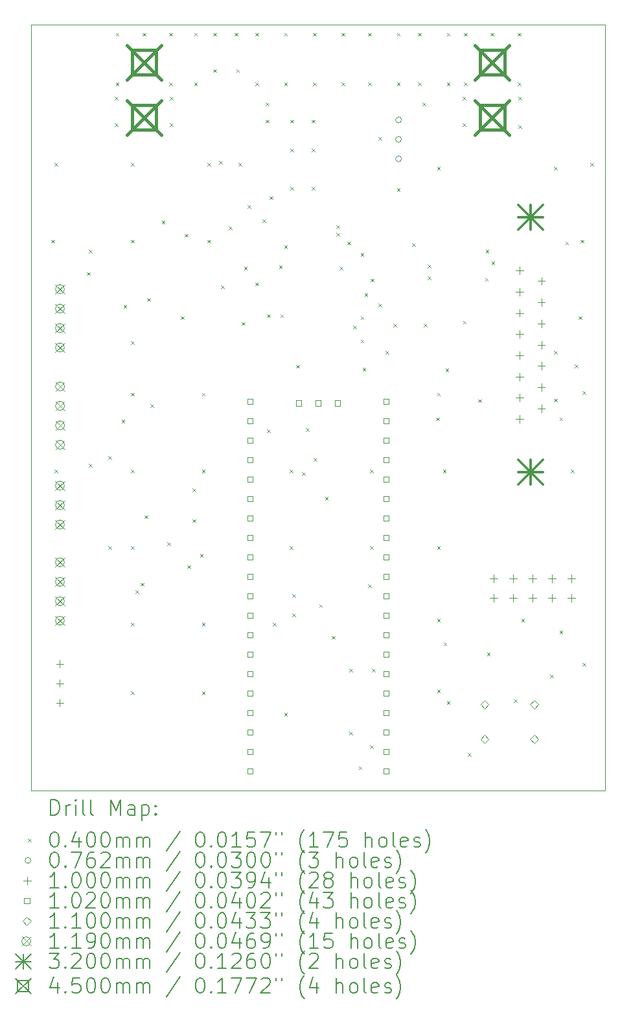
<source format=gbr>
%TF.GenerationSoftware,KiCad,Pcbnew,8.0.5*%
%TF.CreationDate,2024-11-07T10:17:29+00:00*%
%TF.ProjectId,test-rig-black-box,74657374-2d72-4696-972d-626c61636b2d,1.0*%
%TF.SameCoordinates,Original*%
%TF.FileFunction,Drillmap*%
%TF.FilePolarity,Positive*%
%FSLAX45Y45*%
G04 Gerber Fmt 4.5, Leading zero omitted, Abs format (unit mm)*
G04 Created by KiCad (PCBNEW 8.0.5) date 2024-11-07 10:17:29*
%MOMM*%
%LPD*%
G01*
G04 APERTURE LIST*
%ADD10C,0.100000*%
%ADD11C,0.200000*%
%ADD12C,0.102000*%
%ADD13C,0.110000*%
%ADD14C,0.119000*%
%ADD15C,0.320000*%
%ADD16C,0.450000*%
G04 APERTURE END LIST*
D10*
X14866000Y-7216000D02*
X22366000Y-7216000D01*
X22366000Y-17216000D01*
X14866000Y-17216000D01*
X14866000Y-7216000D01*
D11*
D10*
X15130000Y-10021000D02*
X15170000Y-10061000D01*
X15170000Y-10021000D02*
X15130000Y-10061000D01*
X15171000Y-9021000D02*
X15211000Y-9061000D01*
X15211000Y-9021000D02*
X15171000Y-9061000D01*
X15171000Y-13021000D02*
X15211000Y-13061000D01*
X15211000Y-13021000D02*
X15171000Y-13061000D01*
X15596000Y-10446000D02*
X15636000Y-10486000D01*
X15636000Y-10446000D02*
X15596000Y-10486000D01*
X15621000Y-10150500D02*
X15661000Y-10190500D01*
X15661000Y-10150500D02*
X15621000Y-10190500D01*
X15621000Y-12946000D02*
X15661000Y-12986000D01*
X15661000Y-12946000D02*
X15621000Y-12986000D01*
X15871000Y-12846000D02*
X15911000Y-12886000D01*
X15911000Y-12846000D02*
X15871000Y-12886000D01*
X15871000Y-14021000D02*
X15911000Y-14061000D01*
X15911000Y-14021000D02*
X15871000Y-14061000D01*
X15955000Y-8155000D02*
X15995000Y-8195000D01*
X15995000Y-8155000D02*
X15955000Y-8195000D01*
X15955000Y-8505000D02*
X15995000Y-8545000D01*
X15995000Y-8505000D02*
X15955000Y-8545000D01*
X15971000Y-7321000D02*
X16011000Y-7361000D01*
X16011000Y-7321000D02*
X15971000Y-7361000D01*
X15971000Y-7971000D02*
X16011000Y-8011000D01*
X16011000Y-7971000D02*
X15971000Y-8011000D01*
X16046000Y-12371000D02*
X16086000Y-12411000D01*
X16086000Y-12371000D02*
X16046000Y-12411000D01*
X16071000Y-10871000D02*
X16111000Y-10911000D01*
X16111000Y-10871000D02*
X16071000Y-10911000D01*
X16171000Y-9021000D02*
X16211000Y-9061000D01*
X16211000Y-9021000D02*
X16171000Y-9061000D01*
X16171000Y-10021000D02*
X16211000Y-10061000D01*
X16211000Y-10021000D02*
X16171000Y-10061000D01*
X16171000Y-11346000D02*
X16211000Y-11386000D01*
X16211000Y-11346000D02*
X16171000Y-11386000D01*
X16171000Y-12021000D02*
X16211000Y-12061000D01*
X16211000Y-12021000D02*
X16171000Y-12061000D01*
X16171000Y-13021000D02*
X16211000Y-13061000D01*
X16211000Y-13021000D02*
X16171000Y-13061000D01*
X16171000Y-14021000D02*
X16211000Y-14061000D01*
X16211000Y-14021000D02*
X16171000Y-14061000D01*
X16171000Y-15021000D02*
X16211000Y-15061000D01*
X16211000Y-15021000D02*
X16171000Y-15061000D01*
X16171000Y-15921000D02*
X16211000Y-15961000D01*
X16211000Y-15921000D02*
X16171000Y-15961000D01*
X16230375Y-14596000D02*
X16270375Y-14636000D01*
X16270375Y-14596000D02*
X16230375Y-14636000D01*
X16296000Y-14501000D02*
X16336000Y-14541000D01*
X16336000Y-14501000D02*
X16296000Y-14541000D01*
X16321000Y-7321000D02*
X16361000Y-7361000D01*
X16361000Y-7321000D02*
X16321000Y-7361000D01*
X16346000Y-13621000D02*
X16386000Y-13661000D01*
X16386000Y-13621000D02*
X16346000Y-13661000D01*
X16383500Y-10783500D02*
X16423500Y-10823500D01*
X16423500Y-10783500D02*
X16383500Y-10823500D01*
X16421000Y-12171000D02*
X16461000Y-12211000D01*
X16461000Y-12171000D02*
X16421000Y-12211000D01*
X16571000Y-9771000D02*
X16611000Y-9811000D01*
X16611000Y-9771000D02*
X16571000Y-9811000D01*
X16646000Y-13971000D02*
X16686000Y-14011000D01*
X16686000Y-13971000D02*
X16646000Y-14011000D01*
X16671000Y-7321000D02*
X16711000Y-7361000D01*
X16711000Y-7321000D02*
X16671000Y-7361000D01*
X16671000Y-7971000D02*
X16711000Y-8011000D01*
X16711000Y-7971000D02*
X16671000Y-8011000D01*
X16680000Y-8155000D02*
X16720000Y-8195000D01*
X16720000Y-8155000D02*
X16680000Y-8195000D01*
X16680000Y-8505000D02*
X16720000Y-8545000D01*
X16720000Y-8505000D02*
X16680000Y-8545000D01*
X16821000Y-11021000D02*
X16861000Y-11061000D01*
X16861000Y-11021000D02*
X16821000Y-11061000D01*
X16871000Y-9946000D02*
X16911000Y-9986000D01*
X16911000Y-9946000D02*
X16871000Y-9986000D01*
X16903500Y-14271000D02*
X16943500Y-14311000D01*
X16943500Y-14271000D02*
X16903500Y-14311000D01*
X16971000Y-13271000D02*
X17011000Y-13311000D01*
X17011000Y-13271000D02*
X16971000Y-13311000D01*
X16971000Y-13671000D02*
X17011000Y-13711000D01*
X17011000Y-13671000D02*
X16971000Y-13711000D01*
X16996000Y-7321000D02*
X17036000Y-7361000D01*
X17036000Y-7321000D02*
X16996000Y-7361000D01*
X16996000Y-7971000D02*
X17036000Y-8011000D01*
X17036000Y-7971000D02*
X16996000Y-8011000D01*
X17071000Y-14121000D02*
X17111000Y-14161000D01*
X17111000Y-14121000D02*
X17071000Y-14161000D01*
X17096000Y-12021000D02*
X17136000Y-12061000D01*
X17136000Y-12021000D02*
X17096000Y-12061000D01*
X17096000Y-13021000D02*
X17136000Y-13061000D01*
X17136000Y-13021000D02*
X17096000Y-13061000D01*
X17096000Y-15021000D02*
X17136000Y-15061000D01*
X17136000Y-15021000D02*
X17096000Y-15061000D01*
X17096000Y-15921000D02*
X17136000Y-15961000D01*
X17136000Y-15921000D02*
X17096000Y-15961000D01*
X17171000Y-9021000D02*
X17211000Y-9061000D01*
X17211000Y-9021000D02*
X17171000Y-9061000D01*
X17171000Y-10021000D02*
X17211000Y-10061000D01*
X17211000Y-10021000D02*
X17171000Y-10061000D01*
X17246000Y-7321000D02*
X17286000Y-7361000D01*
X17286000Y-7321000D02*
X17246000Y-7361000D01*
X17246000Y-7796000D02*
X17286000Y-7836000D01*
X17286000Y-7796000D02*
X17246000Y-7836000D01*
X17319000Y-8996000D02*
X17359000Y-9036000D01*
X17359000Y-8996000D02*
X17319000Y-9036000D01*
X17346000Y-10621000D02*
X17386000Y-10661000D01*
X17386000Y-10621000D02*
X17346000Y-10661000D01*
X17446000Y-9846000D02*
X17486000Y-9886000D01*
X17486000Y-9846000D02*
X17446000Y-9886000D01*
X17521000Y-7321000D02*
X17561000Y-7361000D01*
X17561000Y-7321000D02*
X17521000Y-7361000D01*
X17546000Y-7796000D02*
X17586000Y-7836000D01*
X17586000Y-7796000D02*
X17546000Y-7836000D01*
X17573000Y-9021000D02*
X17613000Y-9061000D01*
X17613000Y-9021000D02*
X17573000Y-9061000D01*
X17617000Y-11096000D02*
X17657000Y-11136000D01*
X17657000Y-11096000D02*
X17617000Y-11136000D01*
X17646000Y-10371000D02*
X17686000Y-10411000D01*
X17686000Y-10371000D02*
X17646000Y-10411000D01*
X17696000Y-9571000D02*
X17736000Y-9611000D01*
X17736000Y-9571000D02*
X17696000Y-9611000D01*
X17794750Y-10580000D02*
X17834750Y-10620000D01*
X17834750Y-10580000D02*
X17794750Y-10620000D01*
X17796000Y-7321000D02*
X17836000Y-7361000D01*
X17836000Y-7321000D02*
X17796000Y-7361000D01*
X17796000Y-7971000D02*
X17836000Y-8011000D01*
X17836000Y-7971000D02*
X17796000Y-8011000D01*
X17886000Y-9755000D02*
X17926000Y-9795000D01*
X17926000Y-9755000D02*
X17886000Y-9795000D01*
X17930000Y-8230000D02*
X17970000Y-8270000D01*
X17970000Y-8230000D02*
X17930000Y-8270000D01*
X17930000Y-8455000D02*
X17970000Y-8495000D01*
X17970000Y-8455000D02*
X17930000Y-8495000D01*
X17946000Y-10996000D02*
X17986000Y-11036000D01*
X17986000Y-10996000D02*
X17946000Y-11036000D01*
X17946000Y-12496000D02*
X17986000Y-12536000D01*
X17986000Y-12496000D02*
X17946000Y-12536000D01*
X17980000Y-9455000D02*
X18020000Y-9495000D01*
X18020000Y-9455000D02*
X17980000Y-9495000D01*
X18021000Y-15021000D02*
X18061000Y-15061000D01*
X18061000Y-15021000D02*
X18021000Y-15061000D01*
X18105000Y-10355000D02*
X18145000Y-10395000D01*
X18145000Y-10355000D02*
X18105000Y-10395000D01*
X18121000Y-10996000D02*
X18161000Y-11036000D01*
X18161000Y-10996000D02*
X18121000Y-11036000D01*
X18171000Y-7321000D02*
X18211000Y-7361000D01*
X18211000Y-7321000D02*
X18171000Y-7361000D01*
X18171000Y-7971000D02*
X18211000Y-8011000D01*
X18211000Y-7971000D02*
X18171000Y-8011000D01*
X18171000Y-10096000D02*
X18211000Y-10136000D01*
X18211000Y-10096000D02*
X18171000Y-10136000D01*
X18171000Y-16196000D02*
X18211000Y-16236000D01*
X18211000Y-16196000D02*
X18171000Y-16236000D01*
X18246000Y-13021000D02*
X18286000Y-13061000D01*
X18286000Y-13021000D02*
X18246000Y-13061000D01*
X18246000Y-14021000D02*
X18286000Y-14061000D01*
X18286000Y-14021000D02*
X18246000Y-14061000D01*
X18255000Y-8455000D02*
X18295000Y-8495000D01*
X18295000Y-8455000D02*
X18255000Y-8495000D01*
X18255000Y-8830000D02*
X18295000Y-8870000D01*
X18295000Y-8830000D02*
X18255000Y-8870000D01*
X18255000Y-9330000D02*
X18295000Y-9370000D01*
X18295000Y-9330000D02*
X18255000Y-9370000D01*
X18276000Y-14651000D02*
X18316000Y-14691000D01*
X18316000Y-14651000D02*
X18276000Y-14691000D01*
X18280000Y-14905000D02*
X18320000Y-14945000D01*
X18320000Y-14905000D02*
X18280000Y-14945000D01*
X18330000Y-11655000D02*
X18370000Y-11695000D01*
X18370000Y-11655000D02*
X18330000Y-11695000D01*
X18405000Y-13055000D02*
X18445000Y-13095000D01*
X18445000Y-13055000D02*
X18405000Y-13095000D01*
X18455000Y-12480000D02*
X18495000Y-12520000D01*
X18495000Y-12480000D02*
X18455000Y-12520000D01*
X18530000Y-8455000D02*
X18570000Y-8495000D01*
X18570000Y-8455000D02*
X18530000Y-8495000D01*
X18530000Y-8830000D02*
X18570000Y-8870000D01*
X18570000Y-8830000D02*
X18530000Y-8870000D01*
X18530000Y-9330000D02*
X18570000Y-9370000D01*
X18570000Y-9330000D02*
X18530000Y-9370000D01*
X18546000Y-7321000D02*
X18586000Y-7361000D01*
X18586000Y-7321000D02*
X18546000Y-7361000D01*
X18546000Y-7971000D02*
X18586000Y-8011000D01*
X18586000Y-7971000D02*
X18546000Y-8011000D01*
X18555000Y-12873000D02*
X18595000Y-12913000D01*
X18595000Y-12873000D02*
X18555000Y-12913000D01*
X18630000Y-14780000D02*
X18670000Y-14820000D01*
X18670000Y-14780000D02*
X18630000Y-14820000D01*
X18705000Y-13380000D02*
X18745000Y-13420000D01*
X18745000Y-13380000D02*
X18705000Y-13420000D01*
X18796000Y-15196000D02*
X18836000Y-15236000D01*
X18836000Y-15196000D02*
X18796000Y-15236000D01*
X18855000Y-9830000D02*
X18895000Y-9870000D01*
X18895000Y-9830000D02*
X18855000Y-9870000D01*
X18855000Y-9930000D02*
X18895000Y-9970000D01*
X18895000Y-9930000D02*
X18855000Y-9970000D01*
X18896000Y-10371000D02*
X18936000Y-10411000D01*
X18936000Y-10371000D02*
X18896000Y-10411000D01*
X18921000Y-7321000D02*
X18961000Y-7361000D01*
X18961000Y-7321000D02*
X18921000Y-7361000D01*
X18921000Y-7971000D02*
X18961000Y-8011000D01*
X18961000Y-7971000D02*
X18921000Y-8011000D01*
X18996000Y-10046000D02*
X19036000Y-10086000D01*
X19036000Y-10046000D02*
X18996000Y-10086000D01*
X19021000Y-15621000D02*
X19061000Y-15661000D01*
X19061000Y-15621000D02*
X19021000Y-15661000D01*
X19021000Y-16446000D02*
X19061000Y-16486000D01*
X19061000Y-16446000D02*
X19021000Y-16486000D01*
X19071000Y-11146000D02*
X19111000Y-11186000D01*
X19111000Y-11146000D02*
X19071000Y-11186000D01*
X19146000Y-16896000D02*
X19186000Y-16936000D01*
X19186000Y-16896000D02*
X19146000Y-16936000D01*
X19171000Y-10196000D02*
X19211000Y-10236000D01*
X19211000Y-10196000D02*
X19171000Y-10236000D01*
X19171000Y-11021000D02*
X19211000Y-11061000D01*
X19211000Y-11021000D02*
X19171000Y-11061000D01*
X19171000Y-11326000D02*
X19211000Y-11366000D01*
X19211000Y-11326000D02*
X19171000Y-11366000D01*
X19196000Y-11696000D02*
X19236000Y-11736000D01*
X19236000Y-11696000D02*
X19196000Y-11736000D01*
X19221000Y-10721000D02*
X19261000Y-10761000D01*
X19261000Y-10721000D02*
X19221000Y-10761000D01*
X19271000Y-7321000D02*
X19311000Y-7361000D01*
X19311000Y-7321000D02*
X19271000Y-7361000D01*
X19271000Y-7971000D02*
X19311000Y-8011000D01*
X19311000Y-7971000D02*
X19271000Y-8011000D01*
X19271000Y-14521000D02*
X19311000Y-14561000D01*
X19311000Y-14521000D02*
X19271000Y-14561000D01*
X19296000Y-13021000D02*
X19336000Y-13061000D01*
X19336000Y-13021000D02*
X19296000Y-13061000D01*
X19296000Y-14021000D02*
X19336000Y-14061000D01*
X19336000Y-14021000D02*
X19296000Y-14061000D01*
X19296000Y-16621000D02*
X19336000Y-16661000D01*
X19336000Y-16621000D02*
X19296000Y-16661000D01*
X19305000Y-10530000D02*
X19345000Y-10570000D01*
X19345000Y-10530000D02*
X19305000Y-10570000D01*
X19321000Y-15621000D02*
X19361000Y-15661000D01*
X19361000Y-15621000D02*
X19321000Y-15661000D01*
X19405000Y-8680000D02*
X19445000Y-8720000D01*
X19445000Y-8680000D02*
X19405000Y-8720000D01*
X19405000Y-10855000D02*
X19445000Y-10895000D01*
X19445000Y-10855000D02*
X19405000Y-10895000D01*
X19496000Y-11471000D02*
X19536000Y-11511000D01*
X19536000Y-11471000D02*
X19496000Y-11511000D01*
X19596000Y-11121000D02*
X19636000Y-11161000D01*
X19636000Y-11121000D02*
X19596000Y-11161000D01*
X19646000Y-7321000D02*
X19686000Y-7361000D01*
X19686000Y-7321000D02*
X19646000Y-7361000D01*
X19646000Y-7971000D02*
X19686000Y-8011000D01*
X19686000Y-7971000D02*
X19646000Y-8011000D01*
X19646000Y-9346000D02*
X19686000Y-9386000D01*
X19686000Y-9346000D02*
X19646000Y-9386000D01*
X19846000Y-10071000D02*
X19886000Y-10111000D01*
X19886000Y-10071000D02*
X19846000Y-10111000D01*
X19921000Y-7321000D02*
X19961000Y-7361000D01*
X19961000Y-7321000D02*
X19921000Y-7361000D01*
X19921000Y-7971000D02*
X19961000Y-8011000D01*
X19961000Y-7971000D02*
X19921000Y-8011000D01*
X19980000Y-8230000D02*
X20020000Y-8270000D01*
X20020000Y-8230000D02*
X19980000Y-8270000D01*
X19996000Y-11121000D02*
X20036000Y-11161000D01*
X20036000Y-11121000D02*
X19996000Y-11161000D01*
X20046000Y-10346000D02*
X20086000Y-10386000D01*
X20086000Y-10346000D02*
X20046000Y-10386000D01*
X20046000Y-10498500D02*
X20086000Y-10538500D01*
X20086000Y-10498500D02*
X20046000Y-10538500D01*
X20155000Y-12342500D02*
X20195000Y-12382500D01*
X20195000Y-12342500D02*
X20155000Y-12382500D01*
X20171000Y-9071000D02*
X20211000Y-9111000D01*
X20211000Y-9071000D02*
X20171000Y-9111000D01*
X20171000Y-12021000D02*
X20211000Y-12061000D01*
X20211000Y-12021000D02*
X20171000Y-12061000D01*
X20171000Y-14021000D02*
X20211000Y-14061000D01*
X20211000Y-14021000D02*
X20171000Y-14061000D01*
X20171000Y-14971000D02*
X20211000Y-15011000D01*
X20211000Y-14971000D02*
X20171000Y-15011000D01*
X20171000Y-15896000D02*
X20211000Y-15936000D01*
X20211000Y-15896000D02*
X20171000Y-15936000D01*
X20246000Y-13021000D02*
X20286000Y-13061000D01*
X20286000Y-13021000D02*
X20246000Y-13061000D01*
X20255000Y-15280000D02*
X20295000Y-15320000D01*
X20295000Y-15280000D02*
X20255000Y-15320000D01*
X20280000Y-11705000D02*
X20320000Y-11745000D01*
X20320000Y-11705000D02*
X20280000Y-11745000D01*
X20296000Y-7321000D02*
X20336000Y-7361000D01*
X20336000Y-7321000D02*
X20296000Y-7361000D01*
X20296000Y-7971000D02*
X20336000Y-8011000D01*
X20336000Y-7971000D02*
X20296000Y-8011000D01*
X20296000Y-16046000D02*
X20336000Y-16086000D01*
X20336000Y-16046000D02*
X20296000Y-16086000D01*
X20505000Y-8155000D02*
X20545000Y-8195000D01*
X20545000Y-8155000D02*
X20505000Y-8195000D01*
X20505000Y-8505000D02*
X20545000Y-8545000D01*
X20545000Y-8505000D02*
X20505000Y-8545000D01*
X20507500Y-11080000D02*
X20547500Y-11120000D01*
X20547500Y-11080000D02*
X20507500Y-11120000D01*
X20521000Y-7321000D02*
X20561000Y-7361000D01*
X20561000Y-7321000D02*
X20521000Y-7361000D01*
X20521000Y-7971000D02*
X20561000Y-8011000D01*
X20561000Y-7971000D02*
X20521000Y-8011000D01*
X20571000Y-16721000D02*
X20611000Y-16761000D01*
X20611000Y-16721000D02*
X20571000Y-16761000D01*
X20705000Y-12105000D02*
X20745000Y-12145000D01*
X20745000Y-12105000D02*
X20705000Y-12145000D01*
X20796000Y-10521000D02*
X20836000Y-10561000D01*
X20836000Y-10521000D02*
X20796000Y-10561000D01*
X20805000Y-10155000D02*
X20845000Y-10195000D01*
X20845000Y-10155000D02*
X20805000Y-10195000D01*
X20821000Y-15413000D02*
X20861000Y-15453000D01*
X20861000Y-15413000D02*
X20821000Y-15453000D01*
X20871000Y-7321000D02*
X20911000Y-7361000D01*
X20911000Y-7321000D02*
X20871000Y-7361000D01*
X20880000Y-10305000D02*
X20920000Y-10345000D01*
X20920000Y-10305000D02*
X20880000Y-10345000D01*
X21171000Y-16021000D02*
X21211000Y-16061000D01*
X21211000Y-16021000D02*
X21171000Y-16061000D01*
X21221000Y-7321000D02*
X21261000Y-7361000D01*
X21261000Y-7321000D02*
X21221000Y-7361000D01*
X21221000Y-7971000D02*
X21261000Y-8011000D01*
X21261000Y-7971000D02*
X21221000Y-8011000D01*
X21230000Y-8155000D02*
X21270000Y-8195000D01*
X21270000Y-8155000D02*
X21230000Y-8195000D01*
X21230000Y-8530000D02*
X21270000Y-8570000D01*
X21270000Y-8530000D02*
X21230000Y-8570000D01*
X21271000Y-14971000D02*
X21311000Y-15011000D01*
X21311000Y-14971000D02*
X21271000Y-15011000D01*
X21646000Y-15696000D02*
X21686000Y-15736000D01*
X21686000Y-15696000D02*
X21646000Y-15736000D01*
X21696000Y-9071000D02*
X21736000Y-9111000D01*
X21736000Y-9071000D02*
X21696000Y-9111000D01*
X21696000Y-11471000D02*
X21736000Y-11511000D01*
X21736000Y-11471000D02*
X21696000Y-11511000D01*
X21696000Y-12096000D02*
X21736000Y-12136000D01*
X21736000Y-12096000D02*
X21696000Y-12136000D01*
X21771000Y-12342500D02*
X21811000Y-12382500D01*
X21811000Y-12342500D02*
X21771000Y-12382500D01*
X21771000Y-15121000D02*
X21811000Y-15161000D01*
X21811000Y-15121000D02*
X21771000Y-15161000D01*
X21846000Y-10046000D02*
X21886000Y-10086000D01*
X21886000Y-10046000D02*
X21846000Y-10086000D01*
X21921000Y-13021000D02*
X21961000Y-13061000D01*
X21961000Y-13021000D02*
X21921000Y-13061000D01*
X21971000Y-11650000D02*
X22011000Y-11690000D01*
X22011000Y-11650000D02*
X21971000Y-11690000D01*
X22021000Y-11021000D02*
X22061000Y-11061000D01*
X22061000Y-11021000D02*
X22021000Y-11061000D01*
X22046000Y-10021000D02*
X22086000Y-10061000D01*
X22086000Y-10021000D02*
X22046000Y-10061000D01*
X22071000Y-11996000D02*
X22111000Y-12036000D01*
X22111000Y-11996000D02*
X22071000Y-12036000D01*
X22071000Y-15546000D02*
X22111000Y-15586000D01*
X22111000Y-15546000D02*
X22071000Y-15586000D01*
X22171000Y-9021000D02*
X22211000Y-9061000D01*
X22211000Y-9021000D02*
X22171000Y-9061000D01*
X19704100Y-8458000D02*
G75*
G02*
X19627900Y-8458000I-38100J0D01*
G01*
X19627900Y-8458000D02*
G75*
G02*
X19704100Y-8458000I38100J0D01*
G01*
X19704100Y-8712000D02*
G75*
G02*
X19627900Y-8712000I-38100J0D01*
G01*
X19627900Y-8712000D02*
G75*
G02*
X19704100Y-8712000I38100J0D01*
G01*
X19704100Y-8966000D02*
G75*
G02*
X19627900Y-8966000I-38100J0D01*
G01*
X19627900Y-8966000D02*
G75*
G02*
X19704100Y-8966000I38100J0D01*
G01*
X15241000Y-15508000D02*
X15241000Y-15608000D01*
X15191000Y-15558000D02*
X15291000Y-15558000D01*
X15241000Y-15762000D02*
X15241000Y-15862000D01*
X15191000Y-15812000D02*
X15291000Y-15812000D01*
X15241000Y-16016000D02*
X15241000Y-16116000D01*
X15191000Y-16066000D02*
X15291000Y-16066000D01*
X20908500Y-14391000D02*
X20908500Y-14491000D01*
X20858500Y-14441000D02*
X20958500Y-14441000D01*
X20908500Y-14645000D02*
X20908500Y-14745000D01*
X20858500Y-14695000D02*
X20958500Y-14695000D01*
X21162500Y-14391000D02*
X21162500Y-14491000D01*
X21112500Y-14441000D02*
X21212500Y-14441000D01*
X21162500Y-14645000D02*
X21162500Y-14745000D01*
X21112500Y-14695000D02*
X21212500Y-14695000D01*
X21247967Y-10373500D02*
X21247967Y-10473500D01*
X21197967Y-10423500D02*
X21297967Y-10423500D01*
X21247967Y-10650500D02*
X21247967Y-10750500D01*
X21197967Y-10700500D02*
X21297967Y-10700500D01*
X21247967Y-10927500D02*
X21247967Y-11027500D01*
X21197967Y-10977500D02*
X21297967Y-10977500D01*
X21247967Y-11204500D02*
X21247967Y-11304500D01*
X21197967Y-11254500D02*
X21297967Y-11254500D01*
X21247967Y-11481500D02*
X21247967Y-11581500D01*
X21197967Y-11531500D02*
X21297967Y-11531500D01*
X21247967Y-11758500D02*
X21247967Y-11858500D01*
X21197967Y-11808500D02*
X21297967Y-11808500D01*
X21247967Y-12035500D02*
X21247967Y-12135500D01*
X21197967Y-12085500D02*
X21297967Y-12085500D01*
X21247967Y-12312500D02*
X21247967Y-12412500D01*
X21197967Y-12362500D02*
X21297967Y-12362500D01*
X21416500Y-14391000D02*
X21416500Y-14491000D01*
X21366500Y-14441000D02*
X21466500Y-14441000D01*
X21416500Y-14645000D02*
X21416500Y-14745000D01*
X21366500Y-14695000D02*
X21466500Y-14695000D01*
X21531967Y-10512000D02*
X21531967Y-10612000D01*
X21481967Y-10562000D02*
X21581967Y-10562000D01*
X21531967Y-10789000D02*
X21531967Y-10889000D01*
X21481967Y-10839000D02*
X21581967Y-10839000D01*
X21531967Y-11066000D02*
X21531967Y-11166000D01*
X21481967Y-11116000D02*
X21581967Y-11116000D01*
X21531967Y-11343000D02*
X21531967Y-11443000D01*
X21481967Y-11393000D02*
X21581967Y-11393000D01*
X21531967Y-11620000D02*
X21531967Y-11720000D01*
X21481967Y-11670000D02*
X21581967Y-11670000D01*
X21531967Y-11897000D02*
X21531967Y-11997000D01*
X21481967Y-11947000D02*
X21581967Y-11947000D01*
X21531967Y-12174000D02*
X21531967Y-12274000D01*
X21481967Y-12224000D02*
X21581967Y-12224000D01*
X21670500Y-14391000D02*
X21670500Y-14491000D01*
X21620500Y-14441000D02*
X21720500Y-14441000D01*
X21670500Y-14645000D02*
X21670500Y-14745000D01*
X21620500Y-14695000D02*
X21720500Y-14695000D01*
X21924500Y-14391000D02*
X21924500Y-14491000D01*
X21874500Y-14441000D02*
X21974500Y-14441000D01*
X21924500Y-14645000D02*
X21924500Y-14745000D01*
X21874500Y-14695000D02*
X21974500Y-14695000D01*
D12*
X17763063Y-12167063D02*
X17763063Y-12094937D01*
X17690937Y-12094937D01*
X17690937Y-12167063D01*
X17763063Y-12167063D01*
X17763063Y-12421063D02*
X17763063Y-12348937D01*
X17690937Y-12348937D01*
X17690937Y-12421063D01*
X17763063Y-12421063D01*
X17763063Y-12675063D02*
X17763063Y-12602937D01*
X17690937Y-12602937D01*
X17690937Y-12675063D01*
X17763063Y-12675063D01*
X17763063Y-12929063D02*
X17763063Y-12856937D01*
X17690937Y-12856937D01*
X17690937Y-12929063D01*
X17763063Y-12929063D01*
X17763063Y-13183063D02*
X17763063Y-13110937D01*
X17690937Y-13110937D01*
X17690937Y-13183063D01*
X17763063Y-13183063D01*
X17763063Y-13437063D02*
X17763063Y-13364937D01*
X17690937Y-13364937D01*
X17690937Y-13437063D01*
X17763063Y-13437063D01*
X17763063Y-13691063D02*
X17763063Y-13618937D01*
X17690937Y-13618937D01*
X17690937Y-13691063D01*
X17763063Y-13691063D01*
X17763063Y-13945063D02*
X17763063Y-13872937D01*
X17690937Y-13872937D01*
X17690937Y-13945063D01*
X17763063Y-13945063D01*
X17763063Y-14199063D02*
X17763063Y-14126937D01*
X17690937Y-14126937D01*
X17690937Y-14199063D01*
X17763063Y-14199063D01*
X17763063Y-14453063D02*
X17763063Y-14380937D01*
X17690937Y-14380937D01*
X17690937Y-14453063D01*
X17763063Y-14453063D01*
X17763063Y-14707063D02*
X17763063Y-14634937D01*
X17690937Y-14634937D01*
X17690937Y-14707063D01*
X17763063Y-14707063D01*
X17763063Y-14961063D02*
X17763063Y-14888937D01*
X17690937Y-14888937D01*
X17690937Y-14961063D01*
X17763063Y-14961063D01*
X17763063Y-15215063D02*
X17763063Y-15142937D01*
X17690937Y-15142937D01*
X17690937Y-15215063D01*
X17763063Y-15215063D01*
X17763063Y-15469063D02*
X17763063Y-15396937D01*
X17690937Y-15396937D01*
X17690937Y-15469063D01*
X17763063Y-15469063D01*
X17763063Y-15723063D02*
X17763063Y-15650937D01*
X17690937Y-15650937D01*
X17690937Y-15723063D01*
X17763063Y-15723063D01*
X17763063Y-15977063D02*
X17763063Y-15904937D01*
X17690937Y-15904937D01*
X17690937Y-15977063D01*
X17763063Y-15977063D01*
X17763063Y-16231063D02*
X17763063Y-16158937D01*
X17690937Y-16158937D01*
X17690937Y-16231063D01*
X17763063Y-16231063D01*
X17763063Y-16485063D02*
X17763063Y-16412937D01*
X17690937Y-16412937D01*
X17690937Y-16485063D01*
X17763063Y-16485063D01*
X17763063Y-16739063D02*
X17763063Y-16666937D01*
X17690937Y-16666937D01*
X17690937Y-16739063D01*
X17763063Y-16739063D01*
X17763063Y-16993063D02*
X17763063Y-16920937D01*
X17690937Y-16920937D01*
X17690937Y-16993063D01*
X17763063Y-16993063D01*
X18398063Y-12190063D02*
X18398063Y-12117937D01*
X18325937Y-12117937D01*
X18325937Y-12190063D01*
X18398063Y-12190063D01*
X18652063Y-12190063D02*
X18652063Y-12117937D01*
X18579937Y-12117937D01*
X18579937Y-12190063D01*
X18652063Y-12190063D01*
X18906063Y-12190063D02*
X18906063Y-12117937D01*
X18833937Y-12117937D01*
X18833937Y-12190063D01*
X18906063Y-12190063D01*
X19541063Y-12167063D02*
X19541063Y-12094937D01*
X19468937Y-12094937D01*
X19468937Y-12167063D01*
X19541063Y-12167063D01*
X19541063Y-12421063D02*
X19541063Y-12348937D01*
X19468937Y-12348937D01*
X19468937Y-12421063D01*
X19541063Y-12421063D01*
X19541063Y-12675063D02*
X19541063Y-12602937D01*
X19468937Y-12602937D01*
X19468937Y-12675063D01*
X19541063Y-12675063D01*
X19541063Y-12929063D02*
X19541063Y-12856937D01*
X19468937Y-12856937D01*
X19468937Y-12929063D01*
X19541063Y-12929063D01*
X19541063Y-13183063D02*
X19541063Y-13110937D01*
X19468937Y-13110937D01*
X19468937Y-13183063D01*
X19541063Y-13183063D01*
X19541063Y-13437063D02*
X19541063Y-13364937D01*
X19468937Y-13364937D01*
X19468937Y-13437063D01*
X19541063Y-13437063D01*
X19541063Y-13691063D02*
X19541063Y-13618937D01*
X19468937Y-13618937D01*
X19468937Y-13691063D01*
X19541063Y-13691063D01*
X19541063Y-13945063D02*
X19541063Y-13872937D01*
X19468937Y-13872937D01*
X19468937Y-13945063D01*
X19541063Y-13945063D01*
X19541063Y-14199063D02*
X19541063Y-14126937D01*
X19468937Y-14126937D01*
X19468937Y-14199063D01*
X19541063Y-14199063D01*
X19541063Y-14453063D02*
X19541063Y-14380937D01*
X19468937Y-14380937D01*
X19468937Y-14453063D01*
X19541063Y-14453063D01*
X19541063Y-14707063D02*
X19541063Y-14634937D01*
X19468937Y-14634937D01*
X19468937Y-14707063D01*
X19541063Y-14707063D01*
X19541063Y-14961063D02*
X19541063Y-14888937D01*
X19468937Y-14888937D01*
X19468937Y-14961063D01*
X19541063Y-14961063D01*
X19541063Y-15215063D02*
X19541063Y-15142937D01*
X19468937Y-15142937D01*
X19468937Y-15215063D01*
X19541063Y-15215063D01*
X19541063Y-15469063D02*
X19541063Y-15396937D01*
X19468937Y-15396937D01*
X19468937Y-15469063D01*
X19541063Y-15469063D01*
X19541063Y-15723063D02*
X19541063Y-15650937D01*
X19468937Y-15650937D01*
X19468937Y-15723063D01*
X19541063Y-15723063D01*
X19541063Y-15977063D02*
X19541063Y-15904937D01*
X19468937Y-15904937D01*
X19468937Y-15977063D01*
X19541063Y-15977063D01*
X19541063Y-16231063D02*
X19541063Y-16158937D01*
X19468937Y-16158937D01*
X19468937Y-16231063D01*
X19541063Y-16231063D01*
X19541063Y-16485063D02*
X19541063Y-16412937D01*
X19468937Y-16412937D01*
X19468937Y-16485063D01*
X19541063Y-16485063D01*
X19541063Y-16739063D02*
X19541063Y-16666937D01*
X19468937Y-16666937D01*
X19468937Y-16739063D01*
X19541063Y-16739063D01*
X19541063Y-16993063D02*
X19541063Y-16920937D01*
X19468937Y-16920937D01*
X19468937Y-16993063D01*
X19541063Y-16993063D01*
D13*
X20791000Y-16146000D02*
X20846000Y-16091000D01*
X20791000Y-16036000D01*
X20736000Y-16091000D01*
X20791000Y-16146000D01*
X20791000Y-16596000D02*
X20846000Y-16541000D01*
X20791000Y-16486000D01*
X20736000Y-16541000D01*
X20791000Y-16596000D01*
X21441000Y-16146000D02*
X21496000Y-16091000D01*
X21441000Y-16036000D01*
X21386000Y-16091000D01*
X21441000Y-16146000D01*
X21441000Y-16596000D02*
X21496000Y-16541000D01*
X21441000Y-16486000D01*
X21386000Y-16541000D01*
X21441000Y-16596000D01*
D14*
X15181500Y-10608000D02*
X15300500Y-10727000D01*
X15300500Y-10608000D02*
X15181500Y-10727000D01*
X15300500Y-10667500D02*
G75*
G02*
X15181500Y-10667500I-59500J0D01*
G01*
X15181500Y-10667500D02*
G75*
G02*
X15300500Y-10667500I59500J0D01*
G01*
X15181500Y-10862000D02*
X15300500Y-10981000D01*
X15300500Y-10862000D02*
X15181500Y-10981000D01*
X15300500Y-10921500D02*
G75*
G02*
X15181500Y-10921500I-59500J0D01*
G01*
X15181500Y-10921500D02*
G75*
G02*
X15300500Y-10921500I59500J0D01*
G01*
X15181500Y-11116000D02*
X15300500Y-11235000D01*
X15300500Y-11116000D02*
X15181500Y-11235000D01*
X15300500Y-11175500D02*
G75*
G02*
X15181500Y-11175500I-59500J0D01*
G01*
X15181500Y-11175500D02*
G75*
G02*
X15300500Y-11175500I59500J0D01*
G01*
X15181500Y-11370000D02*
X15300500Y-11489000D01*
X15300500Y-11370000D02*
X15181500Y-11489000D01*
X15300500Y-11429500D02*
G75*
G02*
X15181500Y-11429500I-59500J0D01*
G01*
X15181500Y-11429500D02*
G75*
G02*
X15300500Y-11429500I59500J0D01*
G01*
X15181500Y-13173500D02*
X15300500Y-13292500D01*
X15300500Y-13173500D02*
X15181500Y-13292500D01*
X15300500Y-13233000D02*
G75*
G02*
X15181500Y-13233000I-59500J0D01*
G01*
X15181500Y-13233000D02*
G75*
G02*
X15300500Y-13233000I59500J0D01*
G01*
X15181500Y-13427500D02*
X15300500Y-13546500D01*
X15300500Y-13427500D02*
X15181500Y-13546500D01*
X15300500Y-13487000D02*
G75*
G02*
X15181500Y-13487000I-59500J0D01*
G01*
X15181500Y-13487000D02*
G75*
G02*
X15300500Y-13487000I59500J0D01*
G01*
X15181500Y-13681500D02*
X15300500Y-13800500D01*
X15300500Y-13681500D02*
X15181500Y-13800500D01*
X15300500Y-13741000D02*
G75*
G02*
X15181500Y-13741000I-59500J0D01*
G01*
X15181500Y-13741000D02*
G75*
G02*
X15300500Y-13741000I59500J0D01*
G01*
X15181500Y-14173500D02*
X15300500Y-14292500D01*
X15300500Y-14173500D02*
X15181500Y-14292500D01*
X15300500Y-14233000D02*
G75*
G02*
X15181500Y-14233000I-59500J0D01*
G01*
X15181500Y-14233000D02*
G75*
G02*
X15300500Y-14233000I59500J0D01*
G01*
X15181500Y-14427500D02*
X15300500Y-14546500D01*
X15300500Y-14427500D02*
X15181500Y-14546500D01*
X15300500Y-14487000D02*
G75*
G02*
X15181500Y-14487000I-59500J0D01*
G01*
X15181500Y-14487000D02*
G75*
G02*
X15300500Y-14487000I59500J0D01*
G01*
X15181500Y-14681500D02*
X15300500Y-14800500D01*
X15300500Y-14681500D02*
X15181500Y-14800500D01*
X15300500Y-14741000D02*
G75*
G02*
X15181500Y-14741000I-59500J0D01*
G01*
X15181500Y-14741000D02*
G75*
G02*
X15300500Y-14741000I59500J0D01*
G01*
X15181500Y-14935500D02*
X15300500Y-15054500D01*
X15300500Y-14935500D02*
X15181500Y-15054500D01*
X15300500Y-14995000D02*
G75*
G02*
X15181500Y-14995000I-59500J0D01*
G01*
X15181500Y-14995000D02*
G75*
G02*
X15300500Y-14995000I59500J0D01*
G01*
X15183500Y-11877500D02*
X15302500Y-11996500D01*
X15302500Y-11877500D02*
X15183500Y-11996500D01*
X15302500Y-11937000D02*
G75*
G02*
X15183500Y-11937000I-59500J0D01*
G01*
X15183500Y-11937000D02*
G75*
G02*
X15302500Y-11937000I59500J0D01*
G01*
X15183500Y-12131500D02*
X15302500Y-12250500D01*
X15302500Y-12131500D02*
X15183500Y-12250500D01*
X15302500Y-12191000D02*
G75*
G02*
X15183500Y-12191000I-59500J0D01*
G01*
X15183500Y-12191000D02*
G75*
G02*
X15302500Y-12191000I59500J0D01*
G01*
X15183500Y-12385500D02*
X15302500Y-12504500D01*
X15302500Y-12385500D02*
X15183500Y-12504500D01*
X15302500Y-12445000D02*
G75*
G02*
X15183500Y-12445000I-59500J0D01*
G01*
X15183500Y-12445000D02*
G75*
G02*
X15302500Y-12445000I59500J0D01*
G01*
X15183500Y-12639500D02*
X15302500Y-12758500D01*
X15302500Y-12639500D02*
X15183500Y-12758500D01*
X15302500Y-12699000D02*
G75*
G02*
X15183500Y-12699000I-59500J0D01*
G01*
X15183500Y-12699000D02*
G75*
G02*
X15302500Y-12699000I59500J0D01*
G01*
D15*
X21229967Y-9568000D02*
X21549967Y-9888000D01*
X21549967Y-9568000D02*
X21229967Y-9888000D01*
X21389967Y-9568000D02*
X21389967Y-9888000D01*
X21229967Y-9728000D02*
X21549967Y-9728000D01*
X21229967Y-12898000D02*
X21549967Y-13218000D01*
X21549967Y-12898000D02*
X21229967Y-13218000D01*
X21389967Y-12898000D02*
X21389967Y-13218000D01*
X21229967Y-13058000D02*
X21549967Y-13058000D01*
D16*
X16116000Y-7481000D02*
X16566000Y-7931000D01*
X16566000Y-7481000D02*
X16116000Y-7931000D01*
X16500101Y-7865101D02*
X16500101Y-7546899D01*
X16181899Y-7546899D01*
X16181899Y-7865101D01*
X16500101Y-7865101D01*
X16116000Y-8201000D02*
X16566000Y-8651000D01*
X16566000Y-8201000D02*
X16116000Y-8651000D01*
X16500101Y-8585101D02*
X16500101Y-8266899D01*
X16181899Y-8266899D01*
X16181899Y-8585101D01*
X16500101Y-8585101D01*
X20666000Y-7481000D02*
X21116000Y-7931000D01*
X21116000Y-7481000D02*
X20666000Y-7931000D01*
X21050101Y-7865101D02*
X21050101Y-7546899D01*
X20731899Y-7546899D01*
X20731899Y-7865101D01*
X21050101Y-7865101D01*
X20666000Y-8201000D02*
X21116000Y-8651000D01*
X21116000Y-8201000D02*
X20666000Y-8651000D01*
X21050101Y-8585101D02*
X21050101Y-8266899D01*
X20731899Y-8266899D01*
X20731899Y-8585101D01*
X21050101Y-8585101D01*
D11*
X15121777Y-17532484D02*
X15121777Y-17332484D01*
X15121777Y-17332484D02*
X15169396Y-17332484D01*
X15169396Y-17332484D02*
X15197967Y-17342008D01*
X15197967Y-17342008D02*
X15217015Y-17361055D01*
X15217015Y-17361055D02*
X15226539Y-17380103D01*
X15226539Y-17380103D02*
X15236062Y-17418198D01*
X15236062Y-17418198D02*
X15236062Y-17446770D01*
X15236062Y-17446770D02*
X15226539Y-17484865D01*
X15226539Y-17484865D02*
X15217015Y-17503912D01*
X15217015Y-17503912D02*
X15197967Y-17522960D01*
X15197967Y-17522960D02*
X15169396Y-17532484D01*
X15169396Y-17532484D02*
X15121777Y-17532484D01*
X15321777Y-17532484D02*
X15321777Y-17399150D01*
X15321777Y-17437246D02*
X15331301Y-17418198D01*
X15331301Y-17418198D02*
X15340824Y-17408674D01*
X15340824Y-17408674D02*
X15359872Y-17399150D01*
X15359872Y-17399150D02*
X15378920Y-17399150D01*
X15445586Y-17532484D02*
X15445586Y-17399150D01*
X15445586Y-17332484D02*
X15436062Y-17342008D01*
X15436062Y-17342008D02*
X15445586Y-17351531D01*
X15445586Y-17351531D02*
X15455110Y-17342008D01*
X15455110Y-17342008D02*
X15445586Y-17332484D01*
X15445586Y-17332484D02*
X15445586Y-17351531D01*
X15569396Y-17532484D02*
X15550348Y-17522960D01*
X15550348Y-17522960D02*
X15540824Y-17503912D01*
X15540824Y-17503912D02*
X15540824Y-17332484D01*
X15674158Y-17532484D02*
X15655110Y-17522960D01*
X15655110Y-17522960D02*
X15645586Y-17503912D01*
X15645586Y-17503912D02*
X15645586Y-17332484D01*
X15902729Y-17532484D02*
X15902729Y-17332484D01*
X15902729Y-17332484D02*
X15969396Y-17475341D01*
X15969396Y-17475341D02*
X16036062Y-17332484D01*
X16036062Y-17332484D02*
X16036062Y-17532484D01*
X16217015Y-17532484D02*
X16217015Y-17427722D01*
X16217015Y-17427722D02*
X16207491Y-17408674D01*
X16207491Y-17408674D02*
X16188443Y-17399150D01*
X16188443Y-17399150D02*
X16150348Y-17399150D01*
X16150348Y-17399150D02*
X16131301Y-17408674D01*
X16217015Y-17522960D02*
X16197967Y-17532484D01*
X16197967Y-17532484D02*
X16150348Y-17532484D01*
X16150348Y-17532484D02*
X16131301Y-17522960D01*
X16131301Y-17522960D02*
X16121777Y-17503912D01*
X16121777Y-17503912D02*
X16121777Y-17484865D01*
X16121777Y-17484865D02*
X16131301Y-17465817D01*
X16131301Y-17465817D02*
X16150348Y-17456293D01*
X16150348Y-17456293D02*
X16197967Y-17456293D01*
X16197967Y-17456293D02*
X16217015Y-17446770D01*
X16312253Y-17399150D02*
X16312253Y-17599150D01*
X16312253Y-17408674D02*
X16331301Y-17399150D01*
X16331301Y-17399150D02*
X16369396Y-17399150D01*
X16369396Y-17399150D02*
X16388443Y-17408674D01*
X16388443Y-17408674D02*
X16397967Y-17418198D01*
X16397967Y-17418198D02*
X16407491Y-17437246D01*
X16407491Y-17437246D02*
X16407491Y-17494389D01*
X16407491Y-17494389D02*
X16397967Y-17513436D01*
X16397967Y-17513436D02*
X16388443Y-17522960D01*
X16388443Y-17522960D02*
X16369396Y-17532484D01*
X16369396Y-17532484D02*
X16331301Y-17532484D01*
X16331301Y-17532484D02*
X16312253Y-17522960D01*
X16493205Y-17513436D02*
X16502729Y-17522960D01*
X16502729Y-17522960D02*
X16493205Y-17532484D01*
X16493205Y-17532484D02*
X16483682Y-17522960D01*
X16483682Y-17522960D02*
X16493205Y-17513436D01*
X16493205Y-17513436D02*
X16493205Y-17532484D01*
X16493205Y-17408674D02*
X16502729Y-17418198D01*
X16502729Y-17418198D02*
X16493205Y-17427722D01*
X16493205Y-17427722D02*
X16483682Y-17418198D01*
X16483682Y-17418198D02*
X16493205Y-17408674D01*
X16493205Y-17408674D02*
X16493205Y-17427722D01*
D10*
X14821000Y-17841000D02*
X14861000Y-17881000D01*
X14861000Y-17841000D02*
X14821000Y-17881000D01*
D11*
X15159872Y-17752484D02*
X15178920Y-17752484D01*
X15178920Y-17752484D02*
X15197967Y-17762008D01*
X15197967Y-17762008D02*
X15207491Y-17771531D01*
X15207491Y-17771531D02*
X15217015Y-17790579D01*
X15217015Y-17790579D02*
X15226539Y-17828674D01*
X15226539Y-17828674D02*
X15226539Y-17876293D01*
X15226539Y-17876293D02*
X15217015Y-17914389D01*
X15217015Y-17914389D02*
X15207491Y-17933436D01*
X15207491Y-17933436D02*
X15197967Y-17942960D01*
X15197967Y-17942960D02*
X15178920Y-17952484D01*
X15178920Y-17952484D02*
X15159872Y-17952484D01*
X15159872Y-17952484D02*
X15140824Y-17942960D01*
X15140824Y-17942960D02*
X15131301Y-17933436D01*
X15131301Y-17933436D02*
X15121777Y-17914389D01*
X15121777Y-17914389D02*
X15112253Y-17876293D01*
X15112253Y-17876293D02*
X15112253Y-17828674D01*
X15112253Y-17828674D02*
X15121777Y-17790579D01*
X15121777Y-17790579D02*
X15131301Y-17771531D01*
X15131301Y-17771531D02*
X15140824Y-17762008D01*
X15140824Y-17762008D02*
X15159872Y-17752484D01*
X15312253Y-17933436D02*
X15321777Y-17942960D01*
X15321777Y-17942960D02*
X15312253Y-17952484D01*
X15312253Y-17952484D02*
X15302729Y-17942960D01*
X15302729Y-17942960D02*
X15312253Y-17933436D01*
X15312253Y-17933436D02*
X15312253Y-17952484D01*
X15493205Y-17819150D02*
X15493205Y-17952484D01*
X15445586Y-17742960D02*
X15397967Y-17885817D01*
X15397967Y-17885817D02*
X15521777Y-17885817D01*
X15636062Y-17752484D02*
X15655110Y-17752484D01*
X15655110Y-17752484D02*
X15674158Y-17762008D01*
X15674158Y-17762008D02*
X15683682Y-17771531D01*
X15683682Y-17771531D02*
X15693205Y-17790579D01*
X15693205Y-17790579D02*
X15702729Y-17828674D01*
X15702729Y-17828674D02*
X15702729Y-17876293D01*
X15702729Y-17876293D02*
X15693205Y-17914389D01*
X15693205Y-17914389D02*
X15683682Y-17933436D01*
X15683682Y-17933436D02*
X15674158Y-17942960D01*
X15674158Y-17942960D02*
X15655110Y-17952484D01*
X15655110Y-17952484D02*
X15636062Y-17952484D01*
X15636062Y-17952484D02*
X15617015Y-17942960D01*
X15617015Y-17942960D02*
X15607491Y-17933436D01*
X15607491Y-17933436D02*
X15597967Y-17914389D01*
X15597967Y-17914389D02*
X15588443Y-17876293D01*
X15588443Y-17876293D02*
X15588443Y-17828674D01*
X15588443Y-17828674D02*
X15597967Y-17790579D01*
X15597967Y-17790579D02*
X15607491Y-17771531D01*
X15607491Y-17771531D02*
X15617015Y-17762008D01*
X15617015Y-17762008D02*
X15636062Y-17752484D01*
X15826539Y-17752484D02*
X15845586Y-17752484D01*
X15845586Y-17752484D02*
X15864634Y-17762008D01*
X15864634Y-17762008D02*
X15874158Y-17771531D01*
X15874158Y-17771531D02*
X15883682Y-17790579D01*
X15883682Y-17790579D02*
X15893205Y-17828674D01*
X15893205Y-17828674D02*
X15893205Y-17876293D01*
X15893205Y-17876293D02*
X15883682Y-17914389D01*
X15883682Y-17914389D02*
X15874158Y-17933436D01*
X15874158Y-17933436D02*
X15864634Y-17942960D01*
X15864634Y-17942960D02*
X15845586Y-17952484D01*
X15845586Y-17952484D02*
X15826539Y-17952484D01*
X15826539Y-17952484D02*
X15807491Y-17942960D01*
X15807491Y-17942960D02*
X15797967Y-17933436D01*
X15797967Y-17933436D02*
X15788443Y-17914389D01*
X15788443Y-17914389D02*
X15778920Y-17876293D01*
X15778920Y-17876293D02*
X15778920Y-17828674D01*
X15778920Y-17828674D02*
X15788443Y-17790579D01*
X15788443Y-17790579D02*
X15797967Y-17771531D01*
X15797967Y-17771531D02*
X15807491Y-17762008D01*
X15807491Y-17762008D02*
X15826539Y-17752484D01*
X15978920Y-17952484D02*
X15978920Y-17819150D01*
X15978920Y-17838198D02*
X15988443Y-17828674D01*
X15988443Y-17828674D02*
X16007491Y-17819150D01*
X16007491Y-17819150D02*
X16036063Y-17819150D01*
X16036063Y-17819150D02*
X16055110Y-17828674D01*
X16055110Y-17828674D02*
X16064634Y-17847722D01*
X16064634Y-17847722D02*
X16064634Y-17952484D01*
X16064634Y-17847722D02*
X16074158Y-17828674D01*
X16074158Y-17828674D02*
X16093205Y-17819150D01*
X16093205Y-17819150D02*
X16121777Y-17819150D01*
X16121777Y-17819150D02*
X16140824Y-17828674D01*
X16140824Y-17828674D02*
X16150348Y-17847722D01*
X16150348Y-17847722D02*
X16150348Y-17952484D01*
X16245586Y-17952484D02*
X16245586Y-17819150D01*
X16245586Y-17838198D02*
X16255110Y-17828674D01*
X16255110Y-17828674D02*
X16274158Y-17819150D01*
X16274158Y-17819150D02*
X16302729Y-17819150D01*
X16302729Y-17819150D02*
X16321777Y-17828674D01*
X16321777Y-17828674D02*
X16331301Y-17847722D01*
X16331301Y-17847722D02*
X16331301Y-17952484D01*
X16331301Y-17847722D02*
X16340824Y-17828674D01*
X16340824Y-17828674D02*
X16359872Y-17819150D01*
X16359872Y-17819150D02*
X16388443Y-17819150D01*
X16388443Y-17819150D02*
X16407491Y-17828674D01*
X16407491Y-17828674D02*
X16417015Y-17847722D01*
X16417015Y-17847722D02*
X16417015Y-17952484D01*
X16807491Y-17742960D02*
X16636063Y-18000103D01*
X17064634Y-17752484D02*
X17083682Y-17752484D01*
X17083682Y-17752484D02*
X17102729Y-17762008D01*
X17102729Y-17762008D02*
X17112253Y-17771531D01*
X17112253Y-17771531D02*
X17121777Y-17790579D01*
X17121777Y-17790579D02*
X17131301Y-17828674D01*
X17131301Y-17828674D02*
X17131301Y-17876293D01*
X17131301Y-17876293D02*
X17121777Y-17914389D01*
X17121777Y-17914389D02*
X17112253Y-17933436D01*
X17112253Y-17933436D02*
X17102729Y-17942960D01*
X17102729Y-17942960D02*
X17083682Y-17952484D01*
X17083682Y-17952484D02*
X17064634Y-17952484D01*
X17064634Y-17952484D02*
X17045587Y-17942960D01*
X17045587Y-17942960D02*
X17036063Y-17933436D01*
X17036063Y-17933436D02*
X17026539Y-17914389D01*
X17026539Y-17914389D02*
X17017015Y-17876293D01*
X17017015Y-17876293D02*
X17017015Y-17828674D01*
X17017015Y-17828674D02*
X17026539Y-17790579D01*
X17026539Y-17790579D02*
X17036063Y-17771531D01*
X17036063Y-17771531D02*
X17045587Y-17762008D01*
X17045587Y-17762008D02*
X17064634Y-17752484D01*
X17217015Y-17933436D02*
X17226539Y-17942960D01*
X17226539Y-17942960D02*
X17217015Y-17952484D01*
X17217015Y-17952484D02*
X17207491Y-17942960D01*
X17207491Y-17942960D02*
X17217015Y-17933436D01*
X17217015Y-17933436D02*
X17217015Y-17952484D01*
X17350348Y-17752484D02*
X17369396Y-17752484D01*
X17369396Y-17752484D02*
X17388444Y-17762008D01*
X17388444Y-17762008D02*
X17397968Y-17771531D01*
X17397968Y-17771531D02*
X17407491Y-17790579D01*
X17407491Y-17790579D02*
X17417015Y-17828674D01*
X17417015Y-17828674D02*
X17417015Y-17876293D01*
X17417015Y-17876293D02*
X17407491Y-17914389D01*
X17407491Y-17914389D02*
X17397968Y-17933436D01*
X17397968Y-17933436D02*
X17388444Y-17942960D01*
X17388444Y-17942960D02*
X17369396Y-17952484D01*
X17369396Y-17952484D02*
X17350348Y-17952484D01*
X17350348Y-17952484D02*
X17331301Y-17942960D01*
X17331301Y-17942960D02*
X17321777Y-17933436D01*
X17321777Y-17933436D02*
X17312253Y-17914389D01*
X17312253Y-17914389D02*
X17302729Y-17876293D01*
X17302729Y-17876293D02*
X17302729Y-17828674D01*
X17302729Y-17828674D02*
X17312253Y-17790579D01*
X17312253Y-17790579D02*
X17321777Y-17771531D01*
X17321777Y-17771531D02*
X17331301Y-17762008D01*
X17331301Y-17762008D02*
X17350348Y-17752484D01*
X17607491Y-17952484D02*
X17493206Y-17952484D01*
X17550348Y-17952484D02*
X17550348Y-17752484D01*
X17550348Y-17752484D02*
X17531301Y-17781055D01*
X17531301Y-17781055D02*
X17512253Y-17800103D01*
X17512253Y-17800103D02*
X17493206Y-17809627D01*
X17788444Y-17752484D02*
X17693206Y-17752484D01*
X17693206Y-17752484D02*
X17683682Y-17847722D01*
X17683682Y-17847722D02*
X17693206Y-17838198D01*
X17693206Y-17838198D02*
X17712253Y-17828674D01*
X17712253Y-17828674D02*
X17759872Y-17828674D01*
X17759872Y-17828674D02*
X17778920Y-17838198D01*
X17778920Y-17838198D02*
X17788444Y-17847722D01*
X17788444Y-17847722D02*
X17797968Y-17866770D01*
X17797968Y-17866770D02*
X17797968Y-17914389D01*
X17797968Y-17914389D02*
X17788444Y-17933436D01*
X17788444Y-17933436D02*
X17778920Y-17942960D01*
X17778920Y-17942960D02*
X17759872Y-17952484D01*
X17759872Y-17952484D02*
X17712253Y-17952484D01*
X17712253Y-17952484D02*
X17693206Y-17942960D01*
X17693206Y-17942960D02*
X17683682Y-17933436D01*
X17864634Y-17752484D02*
X17997968Y-17752484D01*
X17997968Y-17752484D02*
X17912253Y-17952484D01*
X18064634Y-17752484D02*
X18064634Y-17790579D01*
X18140825Y-17752484D02*
X18140825Y-17790579D01*
X18436063Y-18028674D02*
X18426539Y-18019150D01*
X18426539Y-18019150D02*
X18407491Y-17990579D01*
X18407491Y-17990579D02*
X18397968Y-17971531D01*
X18397968Y-17971531D02*
X18388444Y-17942960D01*
X18388444Y-17942960D02*
X18378920Y-17895341D01*
X18378920Y-17895341D02*
X18378920Y-17857246D01*
X18378920Y-17857246D02*
X18388444Y-17809627D01*
X18388444Y-17809627D02*
X18397968Y-17781055D01*
X18397968Y-17781055D02*
X18407491Y-17762008D01*
X18407491Y-17762008D02*
X18426539Y-17733436D01*
X18426539Y-17733436D02*
X18436063Y-17723912D01*
X18617015Y-17952484D02*
X18502730Y-17952484D01*
X18559872Y-17952484D02*
X18559872Y-17752484D01*
X18559872Y-17752484D02*
X18540825Y-17781055D01*
X18540825Y-17781055D02*
X18521777Y-17800103D01*
X18521777Y-17800103D02*
X18502730Y-17809627D01*
X18683682Y-17752484D02*
X18817015Y-17752484D01*
X18817015Y-17752484D02*
X18731301Y-17952484D01*
X18988444Y-17752484D02*
X18893206Y-17752484D01*
X18893206Y-17752484D02*
X18883682Y-17847722D01*
X18883682Y-17847722D02*
X18893206Y-17838198D01*
X18893206Y-17838198D02*
X18912253Y-17828674D01*
X18912253Y-17828674D02*
X18959872Y-17828674D01*
X18959872Y-17828674D02*
X18978920Y-17838198D01*
X18978920Y-17838198D02*
X18988444Y-17847722D01*
X18988444Y-17847722D02*
X18997968Y-17866770D01*
X18997968Y-17866770D02*
X18997968Y-17914389D01*
X18997968Y-17914389D02*
X18988444Y-17933436D01*
X18988444Y-17933436D02*
X18978920Y-17942960D01*
X18978920Y-17942960D02*
X18959872Y-17952484D01*
X18959872Y-17952484D02*
X18912253Y-17952484D01*
X18912253Y-17952484D02*
X18893206Y-17942960D01*
X18893206Y-17942960D02*
X18883682Y-17933436D01*
X19236063Y-17952484D02*
X19236063Y-17752484D01*
X19321777Y-17952484D02*
X19321777Y-17847722D01*
X19321777Y-17847722D02*
X19312253Y-17828674D01*
X19312253Y-17828674D02*
X19293206Y-17819150D01*
X19293206Y-17819150D02*
X19264634Y-17819150D01*
X19264634Y-17819150D02*
X19245587Y-17828674D01*
X19245587Y-17828674D02*
X19236063Y-17838198D01*
X19445587Y-17952484D02*
X19426539Y-17942960D01*
X19426539Y-17942960D02*
X19417015Y-17933436D01*
X19417015Y-17933436D02*
X19407492Y-17914389D01*
X19407492Y-17914389D02*
X19407492Y-17857246D01*
X19407492Y-17857246D02*
X19417015Y-17838198D01*
X19417015Y-17838198D02*
X19426539Y-17828674D01*
X19426539Y-17828674D02*
X19445587Y-17819150D01*
X19445587Y-17819150D02*
X19474158Y-17819150D01*
X19474158Y-17819150D02*
X19493206Y-17828674D01*
X19493206Y-17828674D02*
X19502730Y-17838198D01*
X19502730Y-17838198D02*
X19512253Y-17857246D01*
X19512253Y-17857246D02*
X19512253Y-17914389D01*
X19512253Y-17914389D02*
X19502730Y-17933436D01*
X19502730Y-17933436D02*
X19493206Y-17942960D01*
X19493206Y-17942960D02*
X19474158Y-17952484D01*
X19474158Y-17952484D02*
X19445587Y-17952484D01*
X19626539Y-17952484D02*
X19607492Y-17942960D01*
X19607492Y-17942960D02*
X19597968Y-17923912D01*
X19597968Y-17923912D02*
X19597968Y-17752484D01*
X19778920Y-17942960D02*
X19759873Y-17952484D01*
X19759873Y-17952484D02*
X19721777Y-17952484D01*
X19721777Y-17952484D02*
X19702730Y-17942960D01*
X19702730Y-17942960D02*
X19693206Y-17923912D01*
X19693206Y-17923912D02*
X19693206Y-17847722D01*
X19693206Y-17847722D02*
X19702730Y-17828674D01*
X19702730Y-17828674D02*
X19721777Y-17819150D01*
X19721777Y-17819150D02*
X19759873Y-17819150D01*
X19759873Y-17819150D02*
X19778920Y-17828674D01*
X19778920Y-17828674D02*
X19788444Y-17847722D01*
X19788444Y-17847722D02*
X19788444Y-17866770D01*
X19788444Y-17866770D02*
X19693206Y-17885817D01*
X19864634Y-17942960D02*
X19883682Y-17952484D01*
X19883682Y-17952484D02*
X19921777Y-17952484D01*
X19921777Y-17952484D02*
X19940825Y-17942960D01*
X19940825Y-17942960D02*
X19950349Y-17923912D01*
X19950349Y-17923912D02*
X19950349Y-17914389D01*
X19950349Y-17914389D02*
X19940825Y-17895341D01*
X19940825Y-17895341D02*
X19921777Y-17885817D01*
X19921777Y-17885817D02*
X19893206Y-17885817D01*
X19893206Y-17885817D02*
X19874158Y-17876293D01*
X19874158Y-17876293D02*
X19864634Y-17857246D01*
X19864634Y-17857246D02*
X19864634Y-17847722D01*
X19864634Y-17847722D02*
X19874158Y-17828674D01*
X19874158Y-17828674D02*
X19893206Y-17819150D01*
X19893206Y-17819150D02*
X19921777Y-17819150D01*
X19921777Y-17819150D02*
X19940825Y-17828674D01*
X20017015Y-18028674D02*
X20026539Y-18019150D01*
X20026539Y-18019150D02*
X20045587Y-17990579D01*
X20045587Y-17990579D02*
X20055111Y-17971531D01*
X20055111Y-17971531D02*
X20064634Y-17942960D01*
X20064634Y-17942960D02*
X20074158Y-17895341D01*
X20074158Y-17895341D02*
X20074158Y-17857246D01*
X20074158Y-17857246D02*
X20064634Y-17809627D01*
X20064634Y-17809627D02*
X20055111Y-17781055D01*
X20055111Y-17781055D02*
X20045587Y-17762008D01*
X20045587Y-17762008D02*
X20026539Y-17733436D01*
X20026539Y-17733436D02*
X20017015Y-17723912D01*
D10*
X14861000Y-18125000D02*
G75*
G02*
X14784800Y-18125000I-38100J0D01*
G01*
X14784800Y-18125000D02*
G75*
G02*
X14861000Y-18125000I38100J0D01*
G01*
D11*
X15159872Y-18016484D02*
X15178920Y-18016484D01*
X15178920Y-18016484D02*
X15197967Y-18026008D01*
X15197967Y-18026008D02*
X15207491Y-18035531D01*
X15207491Y-18035531D02*
X15217015Y-18054579D01*
X15217015Y-18054579D02*
X15226539Y-18092674D01*
X15226539Y-18092674D02*
X15226539Y-18140293D01*
X15226539Y-18140293D02*
X15217015Y-18178389D01*
X15217015Y-18178389D02*
X15207491Y-18197436D01*
X15207491Y-18197436D02*
X15197967Y-18206960D01*
X15197967Y-18206960D02*
X15178920Y-18216484D01*
X15178920Y-18216484D02*
X15159872Y-18216484D01*
X15159872Y-18216484D02*
X15140824Y-18206960D01*
X15140824Y-18206960D02*
X15131301Y-18197436D01*
X15131301Y-18197436D02*
X15121777Y-18178389D01*
X15121777Y-18178389D02*
X15112253Y-18140293D01*
X15112253Y-18140293D02*
X15112253Y-18092674D01*
X15112253Y-18092674D02*
X15121777Y-18054579D01*
X15121777Y-18054579D02*
X15131301Y-18035531D01*
X15131301Y-18035531D02*
X15140824Y-18026008D01*
X15140824Y-18026008D02*
X15159872Y-18016484D01*
X15312253Y-18197436D02*
X15321777Y-18206960D01*
X15321777Y-18206960D02*
X15312253Y-18216484D01*
X15312253Y-18216484D02*
X15302729Y-18206960D01*
X15302729Y-18206960D02*
X15312253Y-18197436D01*
X15312253Y-18197436D02*
X15312253Y-18216484D01*
X15388443Y-18016484D02*
X15521777Y-18016484D01*
X15521777Y-18016484D02*
X15436062Y-18216484D01*
X15683682Y-18016484D02*
X15645586Y-18016484D01*
X15645586Y-18016484D02*
X15626539Y-18026008D01*
X15626539Y-18026008D02*
X15617015Y-18035531D01*
X15617015Y-18035531D02*
X15597967Y-18064103D01*
X15597967Y-18064103D02*
X15588443Y-18102198D01*
X15588443Y-18102198D02*
X15588443Y-18178389D01*
X15588443Y-18178389D02*
X15597967Y-18197436D01*
X15597967Y-18197436D02*
X15607491Y-18206960D01*
X15607491Y-18206960D02*
X15626539Y-18216484D01*
X15626539Y-18216484D02*
X15664634Y-18216484D01*
X15664634Y-18216484D02*
X15683682Y-18206960D01*
X15683682Y-18206960D02*
X15693205Y-18197436D01*
X15693205Y-18197436D02*
X15702729Y-18178389D01*
X15702729Y-18178389D02*
X15702729Y-18130770D01*
X15702729Y-18130770D02*
X15693205Y-18111722D01*
X15693205Y-18111722D02*
X15683682Y-18102198D01*
X15683682Y-18102198D02*
X15664634Y-18092674D01*
X15664634Y-18092674D02*
X15626539Y-18092674D01*
X15626539Y-18092674D02*
X15607491Y-18102198D01*
X15607491Y-18102198D02*
X15597967Y-18111722D01*
X15597967Y-18111722D02*
X15588443Y-18130770D01*
X15778920Y-18035531D02*
X15788443Y-18026008D01*
X15788443Y-18026008D02*
X15807491Y-18016484D01*
X15807491Y-18016484D02*
X15855110Y-18016484D01*
X15855110Y-18016484D02*
X15874158Y-18026008D01*
X15874158Y-18026008D02*
X15883682Y-18035531D01*
X15883682Y-18035531D02*
X15893205Y-18054579D01*
X15893205Y-18054579D02*
X15893205Y-18073627D01*
X15893205Y-18073627D02*
X15883682Y-18102198D01*
X15883682Y-18102198D02*
X15769396Y-18216484D01*
X15769396Y-18216484D02*
X15893205Y-18216484D01*
X15978920Y-18216484D02*
X15978920Y-18083150D01*
X15978920Y-18102198D02*
X15988443Y-18092674D01*
X15988443Y-18092674D02*
X16007491Y-18083150D01*
X16007491Y-18083150D02*
X16036063Y-18083150D01*
X16036063Y-18083150D02*
X16055110Y-18092674D01*
X16055110Y-18092674D02*
X16064634Y-18111722D01*
X16064634Y-18111722D02*
X16064634Y-18216484D01*
X16064634Y-18111722D02*
X16074158Y-18092674D01*
X16074158Y-18092674D02*
X16093205Y-18083150D01*
X16093205Y-18083150D02*
X16121777Y-18083150D01*
X16121777Y-18083150D02*
X16140824Y-18092674D01*
X16140824Y-18092674D02*
X16150348Y-18111722D01*
X16150348Y-18111722D02*
X16150348Y-18216484D01*
X16245586Y-18216484D02*
X16245586Y-18083150D01*
X16245586Y-18102198D02*
X16255110Y-18092674D01*
X16255110Y-18092674D02*
X16274158Y-18083150D01*
X16274158Y-18083150D02*
X16302729Y-18083150D01*
X16302729Y-18083150D02*
X16321777Y-18092674D01*
X16321777Y-18092674D02*
X16331301Y-18111722D01*
X16331301Y-18111722D02*
X16331301Y-18216484D01*
X16331301Y-18111722D02*
X16340824Y-18092674D01*
X16340824Y-18092674D02*
X16359872Y-18083150D01*
X16359872Y-18083150D02*
X16388443Y-18083150D01*
X16388443Y-18083150D02*
X16407491Y-18092674D01*
X16407491Y-18092674D02*
X16417015Y-18111722D01*
X16417015Y-18111722D02*
X16417015Y-18216484D01*
X16807491Y-18006960D02*
X16636063Y-18264103D01*
X17064634Y-18016484D02*
X17083682Y-18016484D01*
X17083682Y-18016484D02*
X17102729Y-18026008D01*
X17102729Y-18026008D02*
X17112253Y-18035531D01*
X17112253Y-18035531D02*
X17121777Y-18054579D01*
X17121777Y-18054579D02*
X17131301Y-18092674D01*
X17131301Y-18092674D02*
X17131301Y-18140293D01*
X17131301Y-18140293D02*
X17121777Y-18178389D01*
X17121777Y-18178389D02*
X17112253Y-18197436D01*
X17112253Y-18197436D02*
X17102729Y-18206960D01*
X17102729Y-18206960D02*
X17083682Y-18216484D01*
X17083682Y-18216484D02*
X17064634Y-18216484D01*
X17064634Y-18216484D02*
X17045587Y-18206960D01*
X17045587Y-18206960D02*
X17036063Y-18197436D01*
X17036063Y-18197436D02*
X17026539Y-18178389D01*
X17026539Y-18178389D02*
X17017015Y-18140293D01*
X17017015Y-18140293D02*
X17017015Y-18092674D01*
X17017015Y-18092674D02*
X17026539Y-18054579D01*
X17026539Y-18054579D02*
X17036063Y-18035531D01*
X17036063Y-18035531D02*
X17045587Y-18026008D01*
X17045587Y-18026008D02*
X17064634Y-18016484D01*
X17217015Y-18197436D02*
X17226539Y-18206960D01*
X17226539Y-18206960D02*
X17217015Y-18216484D01*
X17217015Y-18216484D02*
X17207491Y-18206960D01*
X17207491Y-18206960D02*
X17217015Y-18197436D01*
X17217015Y-18197436D02*
X17217015Y-18216484D01*
X17350348Y-18016484D02*
X17369396Y-18016484D01*
X17369396Y-18016484D02*
X17388444Y-18026008D01*
X17388444Y-18026008D02*
X17397968Y-18035531D01*
X17397968Y-18035531D02*
X17407491Y-18054579D01*
X17407491Y-18054579D02*
X17417015Y-18092674D01*
X17417015Y-18092674D02*
X17417015Y-18140293D01*
X17417015Y-18140293D02*
X17407491Y-18178389D01*
X17407491Y-18178389D02*
X17397968Y-18197436D01*
X17397968Y-18197436D02*
X17388444Y-18206960D01*
X17388444Y-18206960D02*
X17369396Y-18216484D01*
X17369396Y-18216484D02*
X17350348Y-18216484D01*
X17350348Y-18216484D02*
X17331301Y-18206960D01*
X17331301Y-18206960D02*
X17321777Y-18197436D01*
X17321777Y-18197436D02*
X17312253Y-18178389D01*
X17312253Y-18178389D02*
X17302729Y-18140293D01*
X17302729Y-18140293D02*
X17302729Y-18092674D01*
X17302729Y-18092674D02*
X17312253Y-18054579D01*
X17312253Y-18054579D02*
X17321777Y-18035531D01*
X17321777Y-18035531D02*
X17331301Y-18026008D01*
X17331301Y-18026008D02*
X17350348Y-18016484D01*
X17483682Y-18016484D02*
X17607491Y-18016484D01*
X17607491Y-18016484D02*
X17540825Y-18092674D01*
X17540825Y-18092674D02*
X17569396Y-18092674D01*
X17569396Y-18092674D02*
X17588444Y-18102198D01*
X17588444Y-18102198D02*
X17597968Y-18111722D01*
X17597968Y-18111722D02*
X17607491Y-18130770D01*
X17607491Y-18130770D02*
X17607491Y-18178389D01*
X17607491Y-18178389D02*
X17597968Y-18197436D01*
X17597968Y-18197436D02*
X17588444Y-18206960D01*
X17588444Y-18206960D02*
X17569396Y-18216484D01*
X17569396Y-18216484D02*
X17512253Y-18216484D01*
X17512253Y-18216484D02*
X17493206Y-18206960D01*
X17493206Y-18206960D02*
X17483682Y-18197436D01*
X17731301Y-18016484D02*
X17750349Y-18016484D01*
X17750349Y-18016484D02*
X17769396Y-18026008D01*
X17769396Y-18026008D02*
X17778920Y-18035531D01*
X17778920Y-18035531D02*
X17788444Y-18054579D01*
X17788444Y-18054579D02*
X17797968Y-18092674D01*
X17797968Y-18092674D02*
X17797968Y-18140293D01*
X17797968Y-18140293D02*
X17788444Y-18178389D01*
X17788444Y-18178389D02*
X17778920Y-18197436D01*
X17778920Y-18197436D02*
X17769396Y-18206960D01*
X17769396Y-18206960D02*
X17750349Y-18216484D01*
X17750349Y-18216484D02*
X17731301Y-18216484D01*
X17731301Y-18216484D02*
X17712253Y-18206960D01*
X17712253Y-18206960D02*
X17702729Y-18197436D01*
X17702729Y-18197436D02*
X17693206Y-18178389D01*
X17693206Y-18178389D02*
X17683682Y-18140293D01*
X17683682Y-18140293D02*
X17683682Y-18092674D01*
X17683682Y-18092674D02*
X17693206Y-18054579D01*
X17693206Y-18054579D02*
X17702729Y-18035531D01*
X17702729Y-18035531D02*
X17712253Y-18026008D01*
X17712253Y-18026008D02*
X17731301Y-18016484D01*
X17921777Y-18016484D02*
X17940825Y-18016484D01*
X17940825Y-18016484D02*
X17959872Y-18026008D01*
X17959872Y-18026008D02*
X17969396Y-18035531D01*
X17969396Y-18035531D02*
X17978920Y-18054579D01*
X17978920Y-18054579D02*
X17988444Y-18092674D01*
X17988444Y-18092674D02*
X17988444Y-18140293D01*
X17988444Y-18140293D02*
X17978920Y-18178389D01*
X17978920Y-18178389D02*
X17969396Y-18197436D01*
X17969396Y-18197436D02*
X17959872Y-18206960D01*
X17959872Y-18206960D02*
X17940825Y-18216484D01*
X17940825Y-18216484D02*
X17921777Y-18216484D01*
X17921777Y-18216484D02*
X17902729Y-18206960D01*
X17902729Y-18206960D02*
X17893206Y-18197436D01*
X17893206Y-18197436D02*
X17883682Y-18178389D01*
X17883682Y-18178389D02*
X17874158Y-18140293D01*
X17874158Y-18140293D02*
X17874158Y-18092674D01*
X17874158Y-18092674D02*
X17883682Y-18054579D01*
X17883682Y-18054579D02*
X17893206Y-18035531D01*
X17893206Y-18035531D02*
X17902729Y-18026008D01*
X17902729Y-18026008D02*
X17921777Y-18016484D01*
X18064634Y-18016484D02*
X18064634Y-18054579D01*
X18140825Y-18016484D02*
X18140825Y-18054579D01*
X18436063Y-18292674D02*
X18426539Y-18283150D01*
X18426539Y-18283150D02*
X18407491Y-18254579D01*
X18407491Y-18254579D02*
X18397968Y-18235531D01*
X18397968Y-18235531D02*
X18388444Y-18206960D01*
X18388444Y-18206960D02*
X18378920Y-18159341D01*
X18378920Y-18159341D02*
X18378920Y-18121246D01*
X18378920Y-18121246D02*
X18388444Y-18073627D01*
X18388444Y-18073627D02*
X18397968Y-18045055D01*
X18397968Y-18045055D02*
X18407491Y-18026008D01*
X18407491Y-18026008D02*
X18426539Y-17997436D01*
X18426539Y-17997436D02*
X18436063Y-17987912D01*
X18493206Y-18016484D02*
X18617015Y-18016484D01*
X18617015Y-18016484D02*
X18550349Y-18092674D01*
X18550349Y-18092674D02*
X18578920Y-18092674D01*
X18578920Y-18092674D02*
X18597968Y-18102198D01*
X18597968Y-18102198D02*
X18607491Y-18111722D01*
X18607491Y-18111722D02*
X18617015Y-18130770D01*
X18617015Y-18130770D02*
X18617015Y-18178389D01*
X18617015Y-18178389D02*
X18607491Y-18197436D01*
X18607491Y-18197436D02*
X18597968Y-18206960D01*
X18597968Y-18206960D02*
X18578920Y-18216484D01*
X18578920Y-18216484D02*
X18521777Y-18216484D01*
X18521777Y-18216484D02*
X18502730Y-18206960D01*
X18502730Y-18206960D02*
X18493206Y-18197436D01*
X18855111Y-18216484D02*
X18855111Y-18016484D01*
X18940825Y-18216484D02*
X18940825Y-18111722D01*
X18940825Y-18111722D02*
X18931301Y-18092674D01*
X18931301Y-18092674D02*
X18912253Y-18083150D01*
X18912253Y-18083150D02*
X18883682Y-18083150D01*
X18883682Y-18083150D02*
X18864634Y-18092674D01*
X18864634Y-18092674D02*
X18855111Y-18102198D01*
X19064634Y-18216484D02*
X19045587Y-18206960D01*
X19045587Y-18206960D02*
X19036063Y-18197436D01*
X19036063Y-18197436D02*
X19026539Y-18178389D01*
X19026539Y-18178389D02*
X19026539Y-18121246D01*
X19026539Y-18121246D02*
X19036063Y-18102198D01*
X19036063Y-18102198D02*
X19045587Y-18092674D01*
X19045587Y-18092674D02*
X19064634Y-18083150D01*
X19064634Y-18083150D02*
X19093206Y-18083150D01*
X19093206Y-18083150D02*
X19112253Y-18092674D01*
X19112253Y-18092674D02*
X19121777Y-18102198D01*
X19121777Y-18102198D02*
X19131301Y-18121246D01*
X19131301Y-18121246D02*
X19131301Y-18178389D01*
X19131301Y-18178389D02*
X19121777Y-18197436D01*
X19121777Y-18197436D02*
X19112253Y-18206960D01*
X19112253Y-18206960D02*
X19093206Y-18216484D01*
X19093206Y-18216484D02*
X19064634Y-18216484D01*
X19245587Y-18216484D02*
X19226539Y-18206960D01*
X19226539Y-18206960D02*
X19217015Y-18187912D01*
X19217015Y-18187912D02*
X19217015Y-18016484D01*
X19397968Y-18206960D02*
X19378920Y-18216484D01*
X19378920Y-18216484D02*
X19340825Y-18216484D01*
X19340825Y-18216484D02*
X19321777Y-18206960D01*
X19321777Y-18206960D02*
X19312253Y-18187912D01*
X19312253Y-18187912D02*
X19312253Y-18111722D01*
X19312253Y-18111722D02*
X19321777Y-18092674D01*
X19321777Y-18092674D02*
X19340825Y-18083150D01*
X19340825Y-18083150D02*
X19378920Y-18083150D01*
X19378920Y-18083150D02*
X19397968Y-18092674D01*
X19397968Y-18092674D02*
X19407492Y-18111722D01*
X19407492Y-18111722D02*
X19407492Y-18130770D01*
X19407492Y-18130770D02*
X19312253Y-18149817D01*
X19483682Y-18206960D02*
X19502730Y-18216484D01*
X19502730Y-18216484D02*
X19540825Y-18216484D01*
X19540825Y-18216484D02*
X19559873Y-18206960D01*
X19559873Y-18206960D02*
X19569396Y-18187912D01*
X19569396Y-18187912D02*
X19569396Y-18178389D01*
X19569396Y-18178389D02*
X19559873Y-18159341D01*
X19559873Y-18159341D02*
X19540825Y-18149817D01*
X19540825Y-18149817D02*
X19512253Y-18149817D01*
X19512253Y-18149817D02*
X19493206Y-18140293D01*
X19493206Y-18140293D02*
X19483682Y-18121246D01*
X19483682Y-18121246D02*
X19483682Y-18111722D01*
X19483682Y-18111722D02*
X19493206Y-18092674D01*
X19493206Y-18092674D02*
X19512253Y-18083150D01*
X19512253Y-18083150D02*
X19540825Y-18083150D01*
X19540825Y-18083150D02*
X19559873Y-18092674D01*
X19636063Y-18292674D02*
X19645587Y-18283150D01*
X19645587Y-18283150D02*
X19664634Y-18254579D01*
X19664634Y-18254579D02*
X19674158Y-18235531D01*
X19674158Y-18235531D02*
X19683682Y-18206960D01*
X19683682Y-18206960D02*
X19693206Y-18159341D01*
X19693206Y-18159341D02*
X19693206Y-18121246D01*
X19693206Y-18121246D02*
X19683682Y-18073627D01*
X19683682Y-18073627D02*
X19674158Y-18045055D01*
X19674158Y-18045055D02*
X19664634Y-18026008D01*
X19664634Y-18026008D02*
X19645587Y-17997436D01*
X19645587Y-17997436D02*
X19636063Y-17987912D01*
D10*
X14811000Y-18339000D02*
X14811000Y-18439000D01*
X14761000Y-18389000D02*
X14861000Y-18389000D01*
D11*
X15226539Y-18480484D02*
X15112253Y-18480484D01*
X15169396Y-18480484D02*
X15169396Y-18280484D01*
X15169396Y-18280484D02*
X15150348Y-18309055D01*
X15150348Y-18309055D02*
X15131301Y-18328103D01*
X15131301Y-18328103D02*
X15112253Y-18337627D01*
X15312253Y-18461436D02*
X15321777Y-18470960D01*
X15321777Y-18470960D02*
X15312253Y-18480484D01*
X15312253Y-18480484D02*
X15302729Y-18470960D01*
X15302729Y-18470960D02*
X15312253Y-18461436D01*
X15312253Y-18461436D02*
X15312253Y-18480484D01*
X15445586Y-18280484D02*
X15464634Y-18280484D01*
X15464634Y-18280484D02*
X15483682Y-18290008D01*
X15483682Y-18290008D02*
X15493205Y-18299531D01*
X15493205Y-18299531D02*
X15502729Y-18318579D01*
X15502729Y-18318579D02*
X15512253Y-18356674D01*
X15512253Y-18356674D02*
X15512253Y-18404293D01*
X15512253Y-18404293D02*
X15502729Y-18442389D01*
X15502729Y-18442389D02*
X15493205Y-18461436D01*
X15493205Y-18461436D02*
X15483682Y-18470960D01*
X15483682Y-18470960D02*
X15464634Y-18480484D01*
X15464634Y-18480484D02*
X15445586Y-18480484D01*
X15445586Y-18480484D02*
X15426539Y-18470960D01*
X15426539Y-18470960D02*
X15417015Y-18461436D01*
X15417015Y-18461436D02*
X15407491Y-18442389D01*
X15407491Y-18442389D02*
X15397967Y-18404293D01*
X15397967Y-18404293D02*
X15397967Y-18356674D01*
X15397967Y-18356674D02*
X15407491Y-18318579D01*
X15407491Y-18318579D02*
X15417015Y-18299531D01*
X15417015Y-18299531D02*
X15426539Y-18290008D01*
X15426539Y-18290008D02*
X15445586Y-18280484D01*
X15636062Y-18280484D02*
X15655110Y-18280484D01*
X15655110Y-18280484D02*
X15674158Y-18290008D01*
X15674158Y-18290008D02*
X15683682Y-18299531D01*
X15683682Y-18299531D02*
X15693205Y-18318579D01*
X15693205Y-18318579D02*
X15702729Y-18356674D01*
X15702729Y-18356674D02*
X15702729Y-18404293D01*
X15702729Y-18404293D02*
X15693205Y-18442389D01*
X15693205Y-18442389D02*
X15683682Y-18461436D01*
X15683682Y-18461436D02*
X15674158Y-18470960D01*
X15674158Y-18470960D02*
X15655110Y-18480484D01*
X15655110Y-18480484D02*
X15636062Y-18480484D01*
X15636062Y-18480484D02*
X15617015Y-18470960D01*
X15617015Y-18470960D02*
X15607491Y-18461436D01*
X15607491Y-18461436D02*
X15597967Y-18442389D01*
X15597967Y-18442389D02*
X15588443Y-18404293D01*
X15588443Y-18404293D02*
X15588443Y-18356674D01*
X15588443Y-18356674D02*
X15597967Y-18318579D01*
X15597967Y-18318579D02*
X15607491Y-18299531D01*
X15607491Y-18299531D02*
X15617015Y-18290008D01*
X15617015Y-18290008D02*
X15636062Y-18280484D01*
X15826539Y-18280484D02*
X15845586Y-18280484D01*
X15845586Y-18280484D02*
X15864634Y-18290008D01*
X15864634Y-18290008D02*
X15874158Y-18299531D01*
X15874158Y-18299531D02*
X15883682Y-18318579D01*
X15883682Y-18318579D02*
X15893205Y-18356674D01*
X15893205Y-18356674D02*
X15893205Y-18404293D01*
X15893205Y-18404293D02*
X15883682Y-18442389D01*
X15883682Y-18442389D02*
X15874158Y-18461436D01*
X15874158Y-18461436D02*
X15864634Y-18470960D01*
X15864634Y-18470960D02*
X15845586Y-18480484D01*
X15845586Y-18480484D02*
X15826539Y-18480484D01*
X15826539Y-18480484D02*
X15807491Y-18470960D01*
X15807491Y-18470960D02*
X15797967Y-18461436D01*
X15797967Y-18461436D02*
X15788443Y-18442389D01*
X15788443Y-18442389D02*
X15778920Y-18404293D01*
X15778920Y-18404293D02*
X15778920Y-18356674D01*
X15778920Y-18356674D02*
X15788443Y-18318579D01*
X15788443Y-18318579D02*
X15797967Y-18299531D01*
X15797967Y-18299531D02*
X15807491Y-18290008D01*
X15807491Y-18290008D02*
X15826539Y-18280484D01*
X15978920Y-18480484D02*
X15978920Y-18347150D01*
X15978920Y-18366198D02*
X15988443Y-18356674D01*
X15988443Y-18356674D02*
X16007491Y-18347150D01*
X16007491Y-18347150D02*
X16036063Y-18347150D01*
X16036063Y-18347150D02*
X16055110Y-18356674D01*
X16055110Y-18356674D02*
X16064634Y-18375722D01*
X16064634Y-18375722D02*
X16064634Y-18480484D01*
X16064634Y-18375722D02*
X16074158Y-18356674D01*
X16074158Y-18356674D02*
X16093205Y-18347150D01*
X16093205Y-18347150D02*
X16121777Y-18347150D01*
X16121777Y-18347150D02*
X16140824Y-18356674D01*
X16140824Y-18356674D02*
X16150348Y-18375722D01*
X16150348Y-18375722D02*
X16150348Y-18480484D01*
X16245586Y-18480484D02*
X16245586Y-18347150D01*
X16245586Y-18366198D02*
X16255110Y-18356674D01*
X16255110Y-18356674D02*
X16274158Y-18347150D01*
X16274158Y-18347150D02*
X16302729Y-18347150D01*
X16302729Y-18347150D02*
X16321777Y-18356674D01*
X16321777Y-18356674D02*
X16331301Y-18375722D01*
X16331301Y-18375722D02*
X16331301Y-18480484D01*
X16331301Y-18375722D02*
X16340824Y-18356674D01*
X16340824Y-18356674D02*
X16359872Y-18347150D01*
X16359872Y-18347150D02*
X16388443Y-18347150D01*
X16388443Y-18347150D02*
X16407491Y-18356674D01*
X16407491Y-18356674D02*
X16417015Y-18375722D01*
X16417015Y-18375722D02*
X16417015Y-18480484D01*
X16807491Y-18270960D02*
X16636063Y-18528103D01*
X17064634Y-18280484D02*
X17083682Y-18280484D01*
X17083682Y-18280484D02*
X17102729Y-18290008D01*
X17102729Y-18290008D02*
X17112253Y-18299531D01*
X17112253Y-18299531D02*
X17121777Y-18318579D01*
X17121777Y-18318579D02*
X17131301Y-18356674D01*
X17131301Y-18356674D02*
X17131301Y-18404293D01*
X17131301Y-18404293D02*
X17121777Y-18442389D01*
X17121777Y-18442389D02*
X17112253Y-18461436D01*
X17112253Y-18461436D02*
X17102729Y-18470960D01*
X17102729Y-18470960D02*
X17083682Y-18480484D01*
X17083682Y-18480484D02*
X17064634Y-18480484D01*
X17064634Y-18480484D02*
X17045587Y-18470960D01*
X17045587Y-18470960D02*
X17036063Y-18461436D01*
X17036063Y-18461436D02*
X17026539Y-18442389D01*
X17026539Y-18442389D02*
X17017015Y-18404293D01*
X17017015Y-18404293D02*
X17017015Y-18356674D01*
X17017015Y-18356674D02*
X17026539Y-18318579D01*
X17026539Y-18318579D02*
X17036063Y-18299531D01*
X17036063Y-18299531D02*
X17045587Y-18290008D01*
X17045587Y-18290008D02*
X17064634Y-18280484D01*
X17217015Y-18461436D02*
X17226539Y-18470960D01*
X17226539Y-18470960D02*
X17217015Y-18480484D01*
X17217015Y-18480484D02*
X17207491Y-18470960D01*
X17207491Y-18470960D02*
X17217015Y-18461436D01*
X17217015Y-18461436D02*
X17217015Y-18480484D01*
X17350348Y-18280484D02*
X17369396Y-18280484D01*
X17369396Y-18280484D02*
X17388444Y-18290008D01*
X17388444Y-18290008D02*
X17397968Y-18299531D01*
X17397968Y-18299531D02*
X17407491Y-18318579D01*
X17407491Y-18318579D02*
X17417015Y-18356674D01*
X17417015Y-18356674D02*
X17417015Y-18404293D01*
X17417015Y-18404293D02*
X17407491Y-18442389D01*
X17407491Y-18442389D02*
X17397968Y-18461436D01*
X17397968Y-18461436D02*
X17388444Y-18470960D01*
X17388444Y-18470960D02*
X17369396Y-18480484D01*
X17369396Y-18480484D02*
X17350348Y-18480484D01*
X17350348Y-18480484D02*
X17331301Y-18470960D01*
X17331301Y-18470960D02*
X17321777Y-18461436D01*
X17321777Y-18461436D02*
X17312253Y-18442389D01*
X17312253Y-18442389D02*
X17302729Y-18404293D01*
X17302729Y-18404293D02*
X17302729Y-18356674D01*
X17302729Y-18356674D02*
X17312253Y-18318579D01*
X17312253Y-18318579D02*
X17321777Y-18299531D01*
X17321777Y-18299531D02*
X17331301Y-18290008D01*
X17331301Y-18290008D02*
X17350348Y-18280484D01*
X17483682Y-18280484D02*
X17607491Y-18280484D01*
X17607491Y-18280484D02*
X17540825Y-18356674D01*
X17540825Y-18356674D02*
X17569396Y-18356674D01*
X17569396Y-18356674D02*
X17588444Y-18366198D01*
X17588444Y-18366198D02*
X17597968Y-18375722D01*
X17597968Y-18375722D02*
X17607491Y-18394770D01*
X17607491Y-18394770D02*
X17607491Y-18442389D01*
X17607491Y-18442389D02*
X17597968Y-18461436D01*
X17597968Y-18461436D02*
X17588444Y-18470960D01*
X17588444Y-18470960D02*
X17569396Y-18480484D01*
X17569396Y-18480484D02*
X17512253Y-18480484D01*
X17512253Y-18480484D02*
X17493206Y-18470960D01*
X17493206Y-18470960D02*
X17483682Y-18461436D01*
X17702729Y-18480484D02*
X17740825Y-18480484D01*
X17740825Y-18480484D02*
X17759872Y-18470960D01*
X17759872Y-18470960D02*
X17769396Y-18461436D01*
X17769396Y-18461436D02*
X17788444Y-18432865D01*
X17788444Y-18432865D02*
X17797968Y-18394770D01*
X17797968Y-18394770D02*
X17797968Y-18318579D01*
X17797968Y-18318579D02*
X17788444Y-18299531D01*
X17788444Y-18299531D02*
X17778920Y-18290008D01*
X17778920Y-18290008D02*
X17759872Y-18280484D01*
X17759872Y-18280484D02*
X17721777Y-18280484D01*
X17721777Y-18280484D02*
X17702729Y-18290008D01*
X17702729Y-18290008D02*
X17693206Y-18299531D01*
X17693206Y-18299531D02*
X17683682Y-18318579D01*
X17683682Y-18318579D02*
X17683682Y-18366198D01*
X17683682Y-18366198D02*
X17693206Y-18385246D01*
X17693206Y-18385246D02*
X17702729Y-18394770D01*
X17702729Y-18394770D02*
X17721777Y-18404293D01*
X17721777Y-18404293D02*
X17759872Y-18404293D01*
X17759872Y-18404293D02*
X17778920Y-18394770D01*
X17778920Y-18394770D02*
X17788444Y-18385246D01*
X17788444Y-18385246D02*
X17797968Y-18366198D01*
X17969396Y-18347150D02*
X17969396Y-18480484D01*
X17921777Y-18270960D02*
X17874158Y-18413817D01*
X17874158Y-18413817D02*
X17997968Y-18413817D01*
X18064634Y-18280484D02*
X18064634Y-18318579D01*
X18140825Y-18280484D02*
X18140825Y-18318579D01*
X18436063Y-18556674D02*
X18426539Y-18547150D01*
X18426539Y-18547150D02*
X18407491Y-18518579D01*
X18407491Y-18518579D02*
X18397968Y-18499531D01*
X18397968Y-18499531D02*
X18388444Y-18470960D01*
X18388444Y-18470960D02*
X18378920Y-18423341D01*
X18378920Y-18423341D02*
X18378920Y-18385246D01*
X18378920Y-18385246D02*
X18388444Y-18337627D01*
X18388444Y-18337627D02*
X18397968Y-18309055D01*
X18397968Y-18309055D02*
X18407491Y-18290008D01*
X18407491Y-18290008D02*
X18426539Y-18261436D01*
X18426539Y-18261436D02*
X18436063Y-18251912D01*
X18502730Y-18299531D02*
X18512253Y-18290008D01*
X18512253Y-18290008D02*
X18531301Y-18280484D01*
X18531301Y-18280484D02*
X18578920Y-18280484D01*
X18578920Y-18280484D02*
X18597968Y-18290008D01*
X18597968Y-18290008D02*
X18607491Y-18299531D01*
X18607491Y-18299531D02*
X18617015Y-18318579D01*
X18617015Y-18318579D02*
X18617015Y-18337627D01*
X18617015Y-18337627D02*
X18607491Y-18366198D01*
X18607491Y-18366198D02*
X18493206Y-18480484D01*
X18493206Y-18480484D02*
X18617015Y-18480484D01*
X18731301Y-18366198D02*
X18712253Y-18356674D01*
X18712253Y-18356674D02*
X18702730Y-18347150D01*
X18702730Y-18347150D02*
X18693206Y-18328103D01*
X18693206Y-18328103D02*
X18693206Y-18318579D01*
X18693206Y-18318579D02*
X18702730Y-18299531D01*
X18702730Y-18299531D02*
X18712253Y-18290008D01*
X18712253Y-18290008D02*
X18731301Y-18280484D01*
X18731301Y-18280484D02*
X18769396Y-18280484D01*
X18769396Y-18280484D02*
X18788444Y-18290008D01*
X18788444Y-18290008D02*
X18797968Y-18299531D01*
X18797968Y-18299531D02*
X18807491Y-18318579D01*
X18807491Y-18318579D02*
X18807491Y-18328103D01*
X18807491Y-18328103D02*
X18797968Y-18347150D01*
X18797968Y-18347150D02*
X18788444Y-18356674D01*
X18788444Y-18356674D02*
X18769396Y-18366198D01*
X18769396Y-18366198D02*
X18731301Y-18366198D01*
X18731301Y-18366198D02*
X18712253Y-18375722D01*
X18712253Y-18375722D02*
X18702730Y-18385246D01*
X18702730Y-18385246D02*
X18693206Y-18404293D01*
X18693206Y-18404293D02*
X18693206Y-18442389D01*
X18693206Y-18442389D02*
X18702730Y-18461436D01*
X18702730Y-18461436D02*
X18712253Y-18470960D01*
X18712253Y-18470960D02*
X18731301Y-18480484D01*
X18731301Y-18480484D02*
X18769396Y-18480484D01*
X18769396Y-18480484D02*
X18788444Y-18470960D01*
X18788444Y-18470960D02*
X18797968Y-18461436D01*
X18797968Y-18461436D02*
X18807491Y-18442389D01*
X18807491Y-18442389D02*
X18807491Y-18404293D01*
X18807491Y-18404293D02*
X18797968Y-18385246D01*
X18797968Y-18385246D02*
X18788444Y-18375722D01*
X18788444Y-18375722D02*
X18769396Y-18366198D01*
X19045587Y-18480484D02*
X19045587Y-18280484D01*
X19131301Y-18480484D02*
X19131301Y-18375722D01*
X19131301Y-18375722D02*
X19121777Y-18356674D01*
X19121777Y-18356674D02*
X19102730Y-18347150D01*
X19102730Y-18347150D02*
X19074158Y-18347150D01*
X19074158Y-18347150D02*
X19055111Y-18356674D01*
X19055111Y-18356674D02*
X19045587Y-18366198D01*
X19255111Y-18480484D02*
X19236063Y-18470960D01*
X19236063Y-18470960D02*
X19226539Y-18461436D01*
X19226539Y-18461436D02*
X19217015Y-18442389D01*
X19217015Y-18442389D02*
X19217015Y-18385246D01*
X19217015Y-18385246D02*
X19226539Y-18366198D01*
X19226539Y-18366198D02*
X19236063Y-18356674D01*
X19236063Y-18356674D02*
X19255111Y-18347150D01*
X19255111Y-18347150D02*
X19283682Y-18347150D01*
X19283682Y-18347150D02*
X19302730Y-18356674D01*
X19302730Y-18356674D02*
X19312253Y-18366198D01*
X19312253Y-18366198D02*
X19321777Y-18385246D01*
X19321777Y-18385246D02*
X19321777Y-18442389D01*
X19321777Y-18442389D02*
X19312253Y-18461436D01*
X19312253Y-18461436D02*
X19302730Y-18470960D01*
X19302730Y-18470960D02*
X19283682Y-18480484D01*
X19283682Y-18480484D02*
X19255111Y-18480484D01*
X19436063Y-18480484D02*
X19417015Y-18470960D01*
X19417015Y-18470960D02*
X19407492Y-18451912D01*
X19407492Y-18451912D02*
X19407492Y-18280484D01*
X19588444Y-18470960D02*
X19569396Y-18480484D01*
X19569396Y-18480484D02*
X19531301Y-18480484D01*
X19531301Y-18480484D02*
X19512253Y-18470960D01*
X19512253Y-18470960D02*
X19502730Y-18451912D01*
X19502730Y-18451912D02*
X19502730Y-18375722D01*
X19502730Y-18375722D02*
X19512253Y-18356674D01*
X19512253Y-18356674D02*
X19531301Y-18347150D01*
X19531301Y-18347150D02*
X19569396Y-18347150D01*
X19569396Y-18347150D02*
X19588444Y-18356674D01*
X19588444Y-18356674D02*
X19597968Y-18375722D01*
X19597968Y-18375722D02*
X19597968Y-18394770D01*
X19597968Y-18394770D02*
X19502730Y-18413817D01*
X19674158Y-18470960D02*
X19693206Y-18480484D01*
X19693206Y-18480484D02*
X19731301Y-18480484D01*
X19731301Y-18480484D02*
X19750349Y-18470960D01*
X19750349Y-18470960D02*
X19759873Y-18451912D01*
X19759873Y-18451912D02*
X19759873Y-18442389D01*
X19759873Y-18442389D02*
X19750349Y-18423341D01*
X19750349Y-18423341D02*
X19731301Y-18413817D01*
X19731301Y-18413817D02*
X19702730Y-18413817D01*
X19702730Y-18413817D02*
X19683682Y-18404293D01*
X19683682Y-18404293D02*
X19674158Y-18385246D01*
X19674158Y-18385246D02*
X19674158Y-18375722D01*
X19674158Y-18375722D02*
X19683682Y-18356674D01*
X19683682Y-18356674D02*
X19702730Y-18347150D01*
X19702730Y-18347150D02*
X19731301Y-18347150D01*
X19731301Y-18347150D02*
X19750349Y-18356674D01*
X19826539Y-18556674D02*
X19836063Y-18547150D01*
X19836063Y-18547150D02*
X19855111Y-18518579D01*
X19855111Y-18518579D02*
X19864634Y-18499531D01*
X19864634Y-18499531D02*
X19874158Y-18470960D01*
X19874158Y-18470960D02*
X19883682Y-18423341D01*
X19883682Y-18423341D02*
X19883682Y-18385246D01*
X19883682Y-18385246D02*
X19874158Y-18337627D01*
X19874158Y-18337627D02*
X19864634Y-18309055D01*
X19864634Y-18309055D02*
X19855111Y-18290008D01*
X19855111Y-18290008D02*
X19836063Y-18261436D01*
X19836063Y-18261436D02*
X19826539Y-18251912D01*
D12*
X14846063Y-18689063D02*
X14846063Y-18616937D01*
X14773937Y-18616937D01*
X14773937Y-18689063D01*
X14846063Y-18689063D01*
D11*
X15226539Y-18744484D02*
X15112253Y-18744484D01*
X15169396Y-18744484D02*
X15169396Y-18544484D01*
X15169396Y-18544484D02*
X15150348Y-18573055D01*
X15150348Y-18573055D02*
X15131301Y-18592103D01*
X15131301Y-18592103D02*
X15112253Y-18601627D01*
X15312253Y-18725436D02*
X15321777Y-18734960D01*
X15321777Y-18734960D02*
X15312253Y-18744484D01*
X15312253Y-18744484D02*
X15302729Y-18734960D01*
X15302729Y-18734960D02*
X15312253Y-18725436D01*
X15312253Y-18725436D02*
X15312253Y-18744484D01*
X15445586Y-18544484D02*
X15464634Y-18544484D01*
X15464634Y-18544484D02*
X15483682Y-18554008D01*
X15483682Y-18554008D02*
X15493205Y-18563531D01*
X15493205Y-18563531D02*
X15502729Y-18582579D01*
X15502729Y-18582579D02*
X15512253Y-18620674D01*
X15512253Y-18620674D02*
X15512253Y-18668293D01*
X15512253Y-18668293D02*
X15502729Y-18706389D01*
X15502729Y-18706389D02*
X15493205Y-18725436D01*
X15493205Y-18725436D02*
X15483682Y-18734960D01*
X15483682Y-18734960D02*
X15464634Y-18744484D01*
X15464634Y-18744484D02*
X15445586Y-18744484D01*
X15445586Y-18744484D02*
X15426539Y-18734960D01*
X15426539Y-18734960D02*
X15417015Y-18725436D01*
X15417015Y-18725436D02*
X15407491Y-18706389D01*
X15407491Y-18706389D02*
X15397967Y-18668293D01*
X15397967Y-18668293D02*
X15397967Y-18620674D01*
X15397967Y-18620674D02*
X15407491Y-18582579D01*
X15407491Y-18582579D02*
X15417015Y-18563531D01*
X15417015Y-18563531D02*
X15426539Y-18554008D01*
X15426539Y-18554008D02*
X15445586Y-18544484D01*
X15588443Y-18563531D02*
X15597967Y-18554008D01*
X15597967Y-18554008D02*
X15617015Y-18544484D01*
X15617015Y-18544484D02*
X15664634Y-18544484D01*
X15664634Y-18544484D02*
X15683682Y-18554008D01*
X15683682Y-18554008D02*
X15693205Y-18563531D01*
X15693205Y-18563531D02*
X15702729Y-18582579D01*
X15702729Y-18582579D02*
X15702729Y-18601627D01*
X15702729Y-18601627D02*
X15693205Y-18630198D01*
X15693205Y-18630198D02*
X15578920Y-18744484D01*
X15578920Y-18744484D02*
X15702729Y-18744484D01*
X15826539Y-18544484D02*
X15845586Y-18544484D01*
X15845586Y-18544484D02*
X15864634Y-18554008D01*
X15864634Y-18554008D02*
X15874158Y-18563531D01*
X15874158Y-18563531D02*
X15883682Y-18582579D01*
X15883682Y-18582579D02*
X15893205Y-18620674D01*
X15893205Y-18620674D02*
X15893205Y-18668293D01*
X15893205Y-18668293D02*
X15883682Y-18706389D01*
X15883682Y-18706389D02*
X15874158Y-18725436D01*
X15874158Y-18725436D02*
X15864634Y-18734960D01*
X15864634Y-18734960D02*
X15845586Y-18744484D01*
X15845586Y-18744484D02*
X15826539Y-18744484D01*
X15826539Y-18744484D02*
X15807491Y-18734960D01*
X15807491Y-18734960D02*
X15797967Y-18725436D01*
X15797967Y-18725436D02*
X15788443Y-18706389D01*
X15788443Y-18706389D02*
X15778920Y-18668293D01*
X15778920Y-18668293D02*
X15778920Y-18620674D01*
X15778920Y-18620674D02*
X15788443Y-18582579D01*
X15788443Y-18582579D02*
X15797967Y-18563531D01*
X15797967Y-18563531D02*
X15807491Y-18554008D01*
X15807491Y-18554008D02*
X15826539Y-18544484D01*
X15978920Y-18744484D02*
X15978920Y-18611150D01*
X15978920Y-18630198D02*
X15988443Y-18620674D01*
X15988443Y-18620674D02*
X16007491Y-18611150D01*
X16007491Y-18611150D02*
X16036063Y-18611150D01*
X16036063Y-18611150D02*
X16055110Y-18620674D01*
X16055110Y-18620674D02*
X16064634Y-18639722D01*
X16064634Y-18639722D02*
X16064634Y-18744484D01*
X16064634Y-18639722D02*
X16074158Y-18620674D01*
X16074158Y-18620674D02*
X16093205Y-18611150D01*
X16093205Y-18611150D02*
X16121777Y-18611150D01*
X16121777Y-18611150D02*
X16140824Y-18620674D01*
X16140824Y-18620674D02*
X16150348Y-18639722D01*
X16150348Y-18639722D02*
X16150348Y-18744484D01*
X16245586Y-18744484D02*
X16245586Y-18611150D01*
X16245586Y-18630198D02*
X16255110Y-18620674D01*
X16255110Y-18620674D02*
X16274158Y-18611150D01*
X16274158Y-18611150D02*
X16302729Y-18611150D01*
X16302729Y-18611150D02*
X16321777Y-18620674D01*
X16321777Y-18620674D02*
X16331301Y-18639722D01*
X16331301Y-18639722D02*
X16331301Y-18744484D01*
X16331301Y-18639722D02*
X16340824Y-18620674D01*
X16340824Y-18620674D02*
X16359872Y-18611150D01*
X16359872Y-18611150D02*
X16388443Y-18611150D01*
X16388443Y-18611150D02*
X16407491Y-18620674D01*
X16407491Y-18620674D02*
X16417015Y-18639722D01*
X16417015Y-18639722D02*
X16417015Y-18744484D01*
X16807491Y-18534960D02*
X16636063Y-18792103D01*
X17064634Y-18544484D02*
X17083682Y-18544484D01*
X17083682Y-18544484D02*
X17102729Y-18554008D01*
X17102729Y-18554008D02*
X17112253Y-18563531D01*
X17112253Y-18563531D02*
X17121777Y-18582579D01*
X17121777Y-18582579D02*
X17131301Y-18620674D01*
X17131301Y-18620674D02*
X17131301Y-18668293D01*
X17131301Y-18668293D02*
X17121777Y-18706389D01*
X17121777Y-18706389D02*
X17112253Y-18725436D01*
X17112253Y-18725436D02*
X17102729Y-18734960D01*
X17102729Y-18734960D02*
X17083682Y-18744484D01*
X17083682Y-18744484D02*
X17064634Y-18744484D01*
X17064634Y-18744484D02*
X17045587Y-18734960D01*
X17045587Y-18734960D02*
X17036063Y-18725436D01*
X17036063Y-18725436D02*
X17026539Y-18706389D01*
X17026539Y-18706389D02*
X17017015Y-18668293D01*
X17017015Y-18668293D02*
X17017015Y-18620674D01*
X17017015Y-18620674D02*
X17026539Y-18582579D01*
X17026539Y-18582579D02*
X17036063Y-18563531D01*
X17036063Y-18563531D02*
X17045587Y-18554008D01*
X17045587Y-18554008D02*
X17064634Y-18544484D01*
X17217015Y-18725436D02*
X17226539Y-18734960D01*
X17226539Y-18734960D02*
X17217015Y-18744484D01*
X17217015Y-18744484D02*
X17207491Y-18734960D01*
X17207491Y-18734960D02*
X17217015Y-18725436D01*
X17217015Y-18725436D02*
X17217015Y-18744484D01*
X17350348Y-18544484D02*
X17369396Y-18544484D01*
X17369396Y-18544484D02*
X17388444Y-18554008D01*
X17388444Y-18554008D02*
X17397968Y-18563531D01*
X17397968Y-18563531D02*
X17407491Y-18582579D01*
X17407491Y-18582579D02*
X17417015Y-18620674D01*
X17417015Y-18620674D02*
X17417015Y-18668293D01*
X17417015Y-18668293D02*
X17407491Y-18706389D01*
X17407491Y-18706389D02*
X17397968Y-18725436D01*
X17397968Y-18725436D02*
X17388444Y-18734960D01*
X17388444Y-18734960D02*
X17369396Y-18744484D01*
X17369396Y-18744484D02*
X17350348Y-18744484D01*
X17350348Y-18744484D02*
X17331301Y-18734960D01*
X17331301Y-18734960D02*
X17321777Y-18725436D01*
X17321777Y-18725436D02*
X17312253Y-18706389D01*
X17312253Y-18706389D02*
X17302729Y-18668293D01*
X17302729Y-18668293D02*
X17302729Y-18620674D01*
X17302729Y-18620674D02*
X17312253Y-18582579D01*
X17312253Y-18582579D02*
X17321777Y-18563531D01*
X17321777Y-18563531D02*
X17331301Y-18554008D01*
X17331301Y-18554008D02*
X17350348Y-18544484D01*
X17588444Y-18611150D02*
X17588444Y-18744484D01*
X17540825Y-18534960D02*
X17493206Y-18677817D01*
X17493206Y-18677817D02*
X17617015Y-18677817D01*
X17731301Y-18544484D02*
X17750349Y-18544484D01*
X17750349Y-18544484D02*
X17769396Y-18554008D01*
X17769396Y-18554008D02*
X17778920Y-18563531D01*
X17778920Y-18563531D02*
X17788444Y-18582579D01*
X17788444Y-18582579D02*
X17797968Y-18620674D01*
X17797968Y-18620674D02*
X17797968Y-18668293D01*
X17797968Y-18668293D02*
X17788444Y-18706389D01*
X17788444Y-18706389D02*
X17778920Y-18725436D01*
X17778920Y-18725436D02*
X17769396Y-18734960D01*
X17769396Y-18734960D02*
X17750349Y-18744484D01*
X17750349Y-18744484D02*
X17731301Y-18744484D01*
X17731301Y-18744484D02*
X17712253Y-18734960D01*
X17712253Y-18734960D02*
X17702729Y-18725436D01*
X17702729Y-18725436D02*
X17693206Y-18706389D01*
X17693206Y-18706389D02*
X17683682Y-18668293D01*
X17683682Y-18668293D02*
X17683682Y-18620674D01*
X17683682Y-18620674D02*
X17693206Y-18582579D01*
X17693206Y-18582579D02*
X17702729Y-18563531D01*
X17702729Y-18563531D02*
X17712253Y-18554008D01*
X17712253Y-18554008D02*
X17731301Y-18544484D01*
X17874158Y-18563531D02*
X17883682Y-18554008D01*
X17883682Y-18554008D02*
X17902729Y-18544484D01*
X17902729Y-18544484D02*
X17950349Y-18544484D01*
X17950349Y-18544484D02*
X17969396Y-18554008D01*
X17969396Y-18554008D02*
X17978920Y-18563531D01*
X17978920Y-18563531D02*
X17988444Y-18582579D01*
X17988444Y-18582579D02*
X17988444Y-18601627D01*
X17988444Y-18601627D02*
X17978920Y-18630198D01*
X17978920Y-18630198D02*
X17864634Y-18744484D01*
X17864634Y-18744484D02*
X17988444Y-18744484D01*
X18064634Y-18544484D02*
X18064634Y-18582579D01*
X18140825Y-18544484D02*
X18140825Y-18582579D01*
X18436063Y-18820674D02*
X18426539Y-18811150D01*
X18426539Y-18811150D02*
X18407491Y-18782579D01*
X18407491Y-18782579D02*
X18397968Y-18763531D01*
X18397968Y-18763531D02*
X18388444Y-18734960D01*
X18388444Y-18734960D02*
X18378920Y-18687341D01*
X18378920Y-18687341D02*
X18378920Y-18649246D01*
X18378920Y-18649246D02*
X18388444Y-18601627D01*
X18388444Y-18601627D02*
X18397968Y-18573055D01*
X18397968Y-18573055D02*
X18407491Y-18554008D01*
X18407491Y-18554008D02*
X18426539Y-18525436D01*
X18426539Y-18525436D02*
X18436063Y-18515912D01*
X18597968Y-18611150D02*
X18597968Y-18744484D01*
X18550349Y-18534960D02*
X18502730Y-18677817D01*
X18502730Y-18677817D02*
X18626539Y-18677817D01*
X18683682Y-18544484D02*
X18807491Y-18544484D01*
X18807491Y-18544484D02*
X18740825Y-18620674D01*
X18740825Y-18620674D02*
X18769396Y-18620674D01*
X18769396Y-18620674D02*
X18788444Y-18630198D01*
X18788444Y-18630198D02*
X18797968Y-18639722D01*
X18797968Y-18639722D02*
X18807491Y-18658770D01*
X18807491Y-18658770D02*
X18807491Y-18706389D01*
X18807491Y-18706389D02*
X18797968Y-18725436D01*
X18797968Y-18725436D02*
X18788444Y-18734960D01*
X18788444Y-18734960D02*
X18769396Y-18744484D01*
X18769396Y-18744484D02*
X18712253Y-18744484D01*
X18712253Y-18744484D02*
X18693206Y-18734960D01*
X18693206Y-18734960D02*
X18683682Y-18725436D01*
X19045587Y-18744484D02*
X19045587Y-18544484D01*
X19131301Y-18744484D02*
X19131301Y-18639722D01*
X19131301Y-18639722D02*
X19121777Y-18620674D01*
X19121777Y-18620674D02*
X19102730Y-18611150D01*
X19102730Y-18611150D02*
X19074158Y-18611150D01*
X19074158Y-18611150D02*
X19055111Y-18620674D01*
X19055111Y-18620674D02*
X19045587Y-18630198D01*
X19255111Y-18744484D02*
X19236063Y-18734960D01*
X19236063Y-18734960D02*
X19226539Y-18725436D01*
X19226539Y-18725436D02*
X19217015Y-18706389D01*
X19217015Y-18706389D02*
X19217015Y-18649246D01*
X19217015Y-18649246D02*
X19226539Y-18630198D01*
X19226539Y-18630198D02*
X19236063Y-18620674D01*
X19236063Y-18620674D02*
X19255111Y-18611150D01*
X19255111Y-18611150D02*
X19283682Y-18611150D01*
X19283682Y-18611150D02*
X19302730Y-18620674D01*
X19302730Y-18620674D02*
X19312253Y-18630198D01*
X19312253Y-18630198D02*
X19321777Y-18649246D01*
X19321777Y-18649246D02*
X19321777Y-18706389D01*
X19321777Y-18706389D02*
X19312253Y-18725436D01*
X19312253Y-18725436D02*
X19302730Y-18734960D01*
X19302730Y-18734960D02*
X19283682Y-18744484D01*
X19283682Y-18744484D02*
X19255111Y-18744484D01*
X19436063Y-18744484D02*
X19417015Y-18734960D01*
X19417015Y-18734960D02*
X19407492Y-18715912D01*
X19407492Y-18715912D02*
X19407492Y-18544484D01*
X19588444Y-18734960D02*
X19569396Y-18744484D01*
X19569396Y-18744484D02*
X19531301Y-18744484D01*
X19531301Y-18744484D02*
X19512253Y-18734960D01*
X19512253Y-18734960D02*
X19502730Y-18715912D01*
X19502730Y-18715912D02*
X19502730Y-18639722D01*
X19502730Y-18639722D02*
X19512253Y-18620674D01*
X19512253Y-18620674D02*
X19531301Y-18611150D01*
X19531301Y-18611150D02*
X19569396Y-18611150D01*
X19569396Y-18611150D02*
X19588444Y-18620674D01*
X19588444Y-18620674D02*
X19597968Y-18639722D01*
X19597968Y-18639722D02*
X19597968Y-18658770D01*
X19597968Y-18658770D02*
X19502730Y-18677817D01*
X19674158Y-18734960D02*
X19693206Y-18744484D01*
X19693206Y-18744484D02*
X19731301Y-18744484D01*
X19731301Y-18744484D02*
X19750349Y-18734960D01*
X19750349Y-18734960D02*
X19759873Y-18715912D01*
X19759873Y-18715912D02*
X19759873Y-18706389D01*
X19759873Y-18706389D02*
X19750349Y-18687341D01*
X19750349Y-18687341D02*
X19731301Y-18677817D01*
X19731301Y-18677817D02*
X19702730Y-18677817D01*
X19702730Y-18677817D02*
X19683682Y-18668293D01*
X19683682Y-18668293D02*
X19674158Y-18649246D01*
X19674158Y-18649246D02*
X19674158Y-18639722D01*
X19674158Y-18639722D02*
X19683682Y-18620674D01*
X19683682Y-18620674D02*
X19702730Y-18611150D01*
X19702730Y-18611150D02*
X19731301Y-18611150D01*
X19731301Y-18611150D02*
X19750349Y-18620674D01*
X19826539Y-18820674D02*
X19836063Y-18811150D01*
X19836063Y-18811150D02*
X19855111Y-18782579D01*
X19855111Y-18782579D02*
X19864634Y-18763531D01*
X19864634Y-18763531D02*
X19874158Y-18734960D01*
X19874158Y-18734960D02*
X19883682Y-18687341D01*
X19883682Y-18687341D02*
X19883682Y-18649246D01*
X19883682Y-18649246D02*
X19874158Y-18601627D01*
X19874158Y-18601627D02*
X19864634Y-18573055D01*
X19864634Y-18573055D02*
X19855111Y-18554008D01*
X19855111Y-18554008D02*
X19836063Y-18525436D01*
X19836063Y-18525436D02*
X19826539Y-18515912D01*
D13*
X14806000Y-18972000D02*
X14861000Y-18917000D01*
X14806000Y-18862000D01*
X14751000Y-18917000D01*
X14806000Y-18972000D01*
D11*
X15226539Y-19008484D02*
X15112253Y-19008484D01*
X15169396Y-19008484D02*
X15169396Y-18808484D01*
X15169396Y-18808484D02*
X15150348Y-18837055D01*
X15150348Y-18837055D02*
X15131301Y-18856103D01*
X15131301Y-18856103D02*
X15112253Y-18865627D01*
X15312253Y-18989436D02*
X15321777Y-18998960D01*
X15321777Y-18998960D02*
X15312253Y-19008484D01*
X15312253Y-19008484D02*
X15302729Y-18998960D01*
X15302729Y-18998960D02*
X15312253Y-18989436D01*
X15312253Y-18989436D02*
X15312253Y-19008484D01*
X15512253Y-19008484D02*
X15397967Y-19008484D01*
X15455110Y-19008484D02*
X15455110Y-18808484D01*
X15455110Y-18808484D02*
X15436062Y-18837055D01*
X15436062Y-18837055D02*
X15417015Y-18856103D01*
X15417015Y-18856103D02*
X15397967Y-18865627D01*
X15636062Y-18808484D02*
X15655110Y-18808484D01*
X15655110Y-18808484D02*
X15674158Y-18818008D01*
X15674158Y-18818008D02*
X15683682Y-18827531D01*
X15683682Y-18827531D02*
X15693205Y-18846579D01*
X15693205Y-18846579D02*
X15702729Y-18884674D01*
X15702729Y-18884674D02*
X15702729Y-18932293D01*
X15702729Y-18932293D02*
X15693205Y-18970389D01*
X15693205Y-18970389D02*
X15683682Y-18989436D01*
X15683682Y-18989436D02*
X15674158Y-18998960D01*
X15674158Y-18998960D02*
X15655110Y-19008484D01*
X15655110Y-19008484D02*
X15636062Y-19008484D01*
X15636062Y-19008484D02*
X15617015Y-18998960D01*
X15617015Y-18998960D02*
X15607491Y-18989436D01*
X15607491Y-18989436D02*
X15597967Y-18970389D01*
X15597967Y-18970389D02*
X15588443Y-18932293D01*
X15588443Y-18932293D02*
X15588443Y-18884674D01*
X15588443Y-18884674D02*
X15597967Y-18846579D01*
X15597967Y-18846579D02*
X15607491Y-18827531D01*
X15607491Y-18827531D02*
X15617015Y-18818008D01*
X15617015Y-18818008D02*
X15636062Y-18808484D01*
X15826539Y-18808484D02*
X15845586Y-18808484D01*
X15845586Y-18808484D02*
X15864634Y-18818008D01*
X15864634Y-18818008D02*
X15874158Y-18827531D01*
X15874158Y-18827531D02*
X15883682Y-18846579D01*
X15883682Y-18846579D02*
X15893205Y-18884674D01*
X15893205Y-18884674D02*
X15893205Y-18932293D01*
X15893205Y-18932293D02*
X15883682Y-18970389D01*
X15883682Y-18970389D02*
X15874158Y-18989436D01*
X15874158Y-18989436D02*
X15864634Y-18998960D01*
X15864634Y-18998960D02*
X15845586Y-19008484D01*
X15845586Y-19008484D02*
X15826539Y-19008484D01*
X15826539Y-19008484D02*
X15807491Y-18998960D01*
X15807491Y-18998960D02*
X15797967Y-18989436D01*
X15797967Y-18989436D02*
X15788443Y-18970389D01*
X15788443Y-18970389D02*
X15778920Y-18932293D01*
X15778920Y-18932293D02*
X15778920Y-18884674D01*
X15778920Y-18884674D02*
X15788443Y-18846579D01*
X15788443Y-18846579D02*
X15797967Y-18827531D01*
X15797967Y-18827531D02*
X15807491Y-18818008D01*
X15807491Y-18818008D02*
X15826539Y-18808484D01*
X15978920Y-19008484D02*
X15978920Y-18875150D01*
X15978920Y-18894198D02*
X15988443Y-18884674D01*
X15988443Y-18884674D02*
X16007491Y-18875150D01*
X16007491Y-18875150D02*
X16036063Y-18875150D01*
X16036063Y-18875150D02*
X16055110Y-18884674D01*
X16055110Y-18884674D02*
X16064634Y-18903722D01*
X16064634Y-18903722D02*
X16064634Y-19008484D01*
X16064634Y-18903722D02*
X16074158Y-18884674D01*
X16074158Y-18884674D02*
X16093205Y-18875150D01*
X16093205Y-18875150D02*
X16121777Y-18875150D01*
X16121777Y-18875150D02*
X16140824Y-18884674D01*
X16140824Y-18884674D02*
X16150348Y-18903722D01*
X16150348Y-18903722D02*
X16150348Y-19008484D01*
X16245586Y-19008484D02*
X16245586Y-18875150D01*
X16245586Y-18894198D02*
X16255110Y-18884674D01*
X16255110Y-18884674D02*
X16274158Y-18875150D01*
X16274158Y-18875150D02*
X16302729Y-18875150D01*
X16302729Y-18875150D02*
X16321777Y-18884674D01*
X16321777Y-18884674D02*
X16331301Y-18903722D01*
X16331301Y-18903722D02*
X16331301Y-19008484D01*
X16331301Y-18903722D02*
X16340824Y-18884674D01*
X16340824Y-18884674D02*
X16359872Y-18875150D01*
X16359872Y-18875150D02*
X16388443Y-18875150D01*
X16388443Y-18875150D02*
X16407491Y-18884674D01*
X16407491Y-18884674D02*
X16417015Y-18903722D01*
X16417015Y-18903722D02*
X16417015Y-19008484D01*
X16807491Y-18798960D02*
X16636063Y-19056103D01*
X17064634Y-18808484D02*
X17083682Y-18808484D01*
X17083682Y-18808484D02*
X17102729Y-18818008D01*
X17102729Y-18818008D02*
X17112253Y-18827531D01*
X17112253Y-18827531D02*
X17121777Y-18846579D01*
X17121777Y-18846579D02*
X17131301Y-18884674D01*
X17131301Y-18884674D02*
X17131301Y-18932293D01*
X17131301Y-18932293D02*
X17121777Y-18970389D01*
X17121777Y-18970389D02*
X17112253Y-18989436D01*
X17112253Y-18989436D02*
X17102729Y-18998960D01*
X17102729Y-18998960D02*
X17083682Y-19008484D01*
X17083682Y-19008484D02*
X17064634Y-19008484D01*
X17064634Y-19008484D02*
X17045587Y-18998960D01*
X17045587Y-18998960D02*
X17036063Y-18989436D01*
X17036063Y-18989436D02*
X17026539Y-18970389D01*
X17026539Y-18970389D02*
X17017015Y-18932293D01*
X17017015Y-18932293D02*
X17017015Y-18884674D01*
X17017015Y-18884674D02*
X17026539Y-18846579D01*
X17026539Y-18846579D02*
X17036063Y-18827531D01*
X17036063Y-18827531D02*
X17045587Y-18818008D01*
X17045587Y-18818008D02*
X17064634Y-18808484D01*
X17217015Y-18989436D02*
X17226539Y-18998960D01*
X17226539Y-18998960D02*
X17217015Y-19008484D01*
X17217015Y-19008484D02*
X17207491Y-18998960D01*
X17207491Y-18998960D02*
X17217015Y-18989436D01*
X17217015Y-18989436D02*
X17217015Y-19008484D01*
X17350348Y-18808484D02*
X17369396Y-18808484D01*
X17369396Y-18808484D02*
X17388444Y-18818008D01*
X17388444Y-18818008D02*
X17397968Y-18827531D01*
X17397968Y-18827531D02*
X17407491Y-18846579D01*
X17407491Y-18846579D02*
X17417015Y-18884674D01*
X17417015Y-18884674D02*
X17417015Y-18932293D01*
X17417015Y-18932293D02*
X17407491Y-18970389D01*
X17407491Y-18970389D02*
X17397968Y-18989436D01*
X17397968Y-18989436D02*
X17388444Y-18998960D01*
X17388444Y-18998960D02*
X17369396Y-19008484D01*
X17369396Y-19008484D02*
X17350348Y-19008484D01*
X17350348Y-19008484D02*
X17331301Y-18998960D01*
X17331301Y-18998960D02*
X17321777Y-18989436D01*
X17321777Y-18989436D02*
X17312253Y-18970389D01*
X17312253Y-18970389D02*
X17302729Y-18932293D01*
X17302729Y-18932293D02*
X17302729Y-18884674D01*
X17302729Y-18884674D02*
X17312253Y-18846579D01*
X17312253Y-18846579D02*
X17321777Y-18827531D01*
X17321777Y-18827531D02*
X17331301Y-18818008D01*
X17331301Y-18818008D02*
X17350348Y-18808484D01*
X17588444Y-18875150D02*
X17588444Y-19008484D01*
X17540825Y-18798960D02*
X17493206Y-18941817D01*
X17493206Y-18941817D02*
X17617015Y-18941817D01*
X17674158Y-18808484D02*
X17797968Y-18808484D01*
X17797968Y-18808484D02*
X17731301Y-18884674D01*
X17731301Y-18884674D02*
X17759872Y-18884674D01*
X17759872Y-18884674D02*
X17778920Y-18894198D01*
X17778920Y-18894198D02*
X17788444Y-18903722D01*
X17788444Y-18903722D02*
X17797968Y-18922770D01*
X17797968Y-18922770D02*
X17797968Y-18970389D01*
X17797968Y-18970389D02*
X17788444Y-18989436D01*
X17788444Y-18989436D02*
X17778920Y-18998960D01*
X17778920Y-18998960D02*
X17759872Y-19008484D01*
X17759872Y-19008484D02*
X17702729Y-19008484D01*
X17702729Y-19008484D02*
X17683682Y-18998960D01*
X17683682Y-18998960D02*
X17674158Y-18989436D01*
X17864634Y-18808484D02*
X17988444Y-18808484D01*
X17988444Y-18808484D02*
X17921777Y-18884674D01*
X17921777Y-18884674D02*
X17950349Y-18884674D01*
X17950349Y-18884674D02*
X17969396Y-18894198D01*
X17969396Y-18894198D02*
X17978920Y-18903722D01*
X17978920Y-18903722D02*
X17988444Y-18922770D01*
X17988444Y-18922770D02*
X17988444Y-18970389D01*
X17988444Y-18970389D02*
X17978920Y-18989436D01*
X17978920Y-18989436D02*
X17969396Y-18998960D01*
X17969396Y-18998960D02*
X17950349Y-19008484D01*
X17950349Y-19008484D02*
X17893206Y-19008484D01*
X17893206Y-19008484D02*
X17874158Y-18998960D01*
X17874158Y-18998960D02*
X17864634Y-18989436D01*
X18064634Y-18808484D02*
X18064634Y-18846579D01*
X18140825Y-18808484D02*
X18140825Y-18846579D01*
X18436063Y-19084674D02*
X18426539Y-19075150D01*
X18426539Y-19075150D02*
X18407491Y-19046579D01*
X18407491Y-19046579D02*
X18397968Y-19027531D01*
X18397968Y-19027531D02*
X18388444Y-18998960D01*
X18388444Y-18998960D02*
X18378920Y-18951341D01*
X18378920Y-18951341D02*
X18378920Y-18913246D01*
X18378920Y-18913246D02*
X18388444Y-18865627D01*
X18388444Y-18865627D02*
X18397968Y-18837055D01*
X18397968Y-18837055D02*
X18407491Y-18818008D01*
X18407491Y-18818008D02*
X18426539Y-18789436D01*
X18426539Y-18789436D02*
X18436063Y-18779912D01*
X18597968Y-18875150D02*
X18597968Y-19008484D01*
X18550349Y-18798960D02*
X18502730Y-18941817D01*
X18502730Y-18941817D02*
X18626539Y-18941817D01*
X18855111Y-19008484D02*
X18855111Y-18808484D01*
X18940825Y-19008484D02*
X18940825Y-18903722D01*
X18940825Y-18903722D02*
X18931301Y-18884674D01*
X18931301Y-18884674D02*
X18912253Y-18875150D01*
X18912253Y-18875150D02*
X18883682Y-18875150D01*
X18883682Y-18875150D02*
X18864634Y-18884674D01*
X18864634Y-18884674D02*
X18855111Y-18894198D01*
X19064634Y-19008484D02*
X19045587Y-18998960D01*
X19045587Y-18998960D02*
X19036063Y-18989436D01*
X19036063Y-18989436D02*
X19026539Y-18970389D01*
X19026539Y-18970389D02*
X19026539Y-18913246D01*
X19026539Y-18913246D02*
X19036063Y-18894198D01*
X19036063Y-18894198D02*
X19045587Y-18884674D01*
X19045587Y-18884674D02*
X19064634Y-18875150D01*
X19064634Y-18875150D02*
X19093206Y-18875150D01*
X19093206Y-18875150D02*
X19112253Y-18884674D01*
X19112253Y-18884674D02*
X19121777Y-18894198D01*
X19121777Y-18894198D02*
X19131301Y-18913246D01*
X19131301Y-18913246D02*
X19131301Y-18970389D01*
X19131301Y-18970389D02*
X19121777Y-18989436D01*
X19121777Y-18989436D02*
X19112253Y-18998960D01*
X19112253Y-18998960D02*
X19093206Y-19008484D01*
X19093206Y-19008484D02*
X19064634Y-19008484D01*
X19245587Y-19008484D02*
X19226539Y-18998960D01*
X19226539Y-18998960D02*
X19217015Y-18979912D01*
X19217015Y-18979912D02*
X19217015Y-18808484D01*
X19397968Y-18998960D02*
X19378920Y-19008484D01*
X19378920Y-19008484D02*
X19340825Y-19008484D01*
X19340825Y-19008484D02*
X19321777Y-18998960D01*
X19321777Y-18998960D02*
X19312253Y-18979912D01*
X19312253Y-18979912D02*
X19312253Y-18903722D01*
X19312253Y-18903722D02*
X19321777Y-18884674D01*
X19321777Y-18884674D02*
X19340825Y-18875150D01*
X19340825Y-18875150D02*
X19378920Y-18875150D01*
X19378920Y-18875150D02*
X19397968Y-18884674D01*
X19397968Y-18884674D02*
X19407492Y-18903722D01*
X19407492Y-18903722D02*
X19407492Y-18922770D01*
X19407492Y-18922770D02*
X19312253Y-18941817D01*
X19483682Y-18998960D02*
X19502730Y-19008484D01*
X19502730Y-19008484D02*
X19540825Y-19008484D01*
X19540825Y-19008484D02*
X19559873Y-18998960D01*
X19559873Y-18998960D02*
X19569396Y-18979912D01*
X19569396Y-18979912D02*
X19569396Y-18970389D01*
X19569396Y-18970389D02*
X19559873Y-18951341D01*
X19559873Y-18951341D02*
X19540825Y-18941817D01*
X19540825Y-18941817D02*
X19512253Y-18941817D01*
X19512253Y-18941817D02*
X19493206Y-18932293D01*
X19493206Y-18932293D02*
X19483682Y-18913246D01*
X19483682Y-18913246D02*
X19483682Y-18903722D01*
X19483682Y-18903722D02*
X19493206Y-18884674D01*
X19493206Y-18884674D02*
X19512253Y-18875150D01*
X19512253Y-18875150D02*
X19540825Y-18875150D01*
X19540825Y-18875150D02*
X19559873Y-18884674D01*
X19636063Y-19084674D02*
X19645587Y-19075150D01*
X19645587Y-19075150D02*
X19664634Y-19046579D01*
X19664634Y-19046579D02*
X19674158Y-19027531D01*
X19674158Y-19027531D02*
X19683682Y-18998960D01*
X19683682Y-18998960D02*
X19693206Y-18951341D01*
X19693206Y-18951341D02*
X19693206Y-18913246D01*
X19693206Y-18913246D02*
X19683682Y-18865627D01*
X19683682Y-18865627D02*
X19674158Y-18837055D01*
X19674158Y-18837055D02*
X19664634Y-18818008D01*
X19664634Y-18818008D02*
X19645587Y-18789436D01*
X19645587Y-18789436D02*
X19636063Y-18779912D01*
D14*
X14742000Y-19121500D02*
X14861000Y-19240500D01*
X14861000Y-19121500D02*
X14742000Y-19240500D01*
X14861000Y-19181000D02*
G75*
G02*
X14742000Y-19181000I-59500J0D01*
G01*
X14742000Y-19181000D02*
G75*
G02*
X14861000Y-19181000I59500J0D01*
G01*
D11*
X15226539Y-19272484D02*
X15112253Y-19272484D01*
X15169396Y-19272484D02*
X15169396Y-19072484D01*
X15169396Y-19072484D02*
X15150348Y-19101055D01*
X15150348Y-19101055D02*
X15131301Y-19120103D01*
X15131301Y-19120103D02*
X15112253Y-19129627D01*
X15312253Y-19253436D02*
X15321777Y-19262960D01*
X15321777Y-19262960D02*
X15312253Y-19272484D01*
X15312253Y-19272484D02*
X15302729Y-19262960D01*
X15302729Y-19262960D02*
X15312253Y-19253436D01*
X15312253Y-19253436D02*
X15312253Y-19272484D01*
X15512253Y-19272484D02*
X15397967Y-19272484D01*
X15455110Y-19272484D02*
X15455110Y-19072484D01*
X15455110Y-19072484D02*
X15436062Y-19101055D01*
X15436062Y-19101055D02*
X15417015Y-19120103D01*
X15417015Y-19120103D02*
X15397967Y-19129627D01*
X15607491Y-19272484D02*
X15645586Y-19272484D01*
X15645586Y-19272484D02*
X15664634Y-19262960D01*
X15664634Y-19262960D02*
X15674158Y-19253436D01*
X15674158Y-19253436D02*
X15693205Y-19224865D01*
X15693205Y-19224865D02*
X15702729Y-19186770D01*
X15702729Y-19186770D02*
X15702729Y-19110579D01*
X15702729Y-19110579D02*
X15693205Y-19091531D01*
X15693205Y-19091531D02*
X15683682Y-19082008D01*
X15683682Y-19082008D02*
X15664634Y-19072484D01*
X15664634Y-19072484D02*
X15626539Y-19072484D01*
X15626539Y-19072484D02*
X15607491Y-19082008D01*
X15607491Y-19082008D02*
X15597967Y-19091531D01*
X15597967Y-19091531D02*
X15588443Y-19110579D01*
X15588443Y-19110579D02*
X15588443Y-19158198D01*
X15588443Y-19158198D02*
X15597967Y-19177246D01*
X15597967Y-19177246D02*
X15607491Y-19186770D01*
X15607491Y-19186770D02*
X15626539Y-19196293D01*
X15626539Y-19196293D02*
X15664634Y-19196293D01*
X15664634Y-19196293D02*
X15683682Y-19186770D01*
X15683682Y-19186770D02*
X15693205Y-19177246D01*
X15693205Y-19177246D02*
X15702729Y-19158198D01*
X15826539Y-19072484D02*
X15845586Y-19072484D01*
X15845586Y-19072484D02*
X15864634Y-19082008D01*
X15864634Y-19082008D02*
X15874158Y-19091531D01*
X15874158Y-19091531D02*
X15883682Y-19110579D01*
X15883682Y-19110579D02*
X15893205Y-19148674D01*
X15893205Y-19148674D02*
X15893205Y-19196293D01*
X15893205Y-19196293D02*
X15883682Y-19234389D01*
X15883682Y-19234389D02*
X15874158Y-19253436D01*
X15874158Y-19253436D02*
X15864634Y-19262960D01*
X15864634Y-19262960D02*
X15845586Y-19272484D01*
X15845586Y-19272484D02*
X15826539Y-19272484D01*
X15826539Y-19272484D02*
X15807491Y-19262960D01*
X15807491Y-19262960D02*
X15797967Y-19253436D01*
X15797967Y-19253436D02*
X15788443Y-19234389D01*
X15788443Y-19234389D02*
X15778920Y-19196293D01*
X15778920Y-19196293D02*
X15778920Y-19148674D01*
X15778920Y-19148674D02*
X15788443Y-19110579D01*
X15788443Y-19110579D02*
X15797967Y-19091531D01*
X15797967Y-19091531D02*
X15807491Y-19082008D01*
X15807491Y-19082008D02*
X15826539Y-19072484D01*
X15978920Y-19272484D02*
X15978920Y-19139150D01*
X15978920Y-19158198D02*
X15988443Y-19148674D01*
X15988443Y-19148674D02*
X16007491Y-19139150D01*
X16007491Y-19139150D02*
X16036063Y-19139150D01*
X16036063Y-19139150D02*
X16055110Y-19148674D01*
X16055110Y-19148674D02*
X16064634Y-19167722D01*
X16064634Y-19167722D02*
X16064634Y-19272484D01*
X16064634Y-19167722D02*
X16074158Y-19148674D01*
X16074158Y-19148674D02*
X16093205Y-19139150D01*
X16093205Y-19139150D02*
X16121777Y-19139150D01*
X16121777Y-19139150D02*
X16140824Y-19148674D01*
X16140824Y-19148674D02*
X16150348Y-19167722D01*
X16150348Y-19167722D02*
X16150348Y-19272484D01*
X16245586Y-19272484D02*
X16245586Y-19139150D01*
X16245586Y-19158198D02*
X16255110Y-19148674D01*
X16255110Y-19148674D02*
X16274158Y-19139150D01*
X16274158Y-19139150D02*
X16302729Y-19139150D01*
X16302729Y-19139150D02*
X16321777Y-19148674D01*
X16321777Y-19148674D02*
X16331301Y-19167722D01*
X16331301Y-19167722D02*
X16331301Y-19272484D01*
X16331301Y-19167722D02*
X16340824Y-19148674D01*
X16340824Y-19148674D02*
X16359872Y-19139150D01*
X16359872Y-19139150D02*
X16388443Y-19139150D01*
X16388443Y-19139150D02*
X16407491Y-19148674D01*
X16407491Y-19148674D02*
X16417015Y-19167722D01*
X16417015Y-19167722D02*
X16417015Y-19272484D01*
X16807491Y-19062960D02*
X16636063Y-19320103D01*
X17064634Y-19072484D02*
X17083682Y-19072484D01*
X17083682Y-19072484D02*
X17102729Y-19082008D01*
X17102729Y-19082008D02*
X17112253Y-19091531D01*
X17112253Y-19091531D02*
X17121777Y-19110579D01*
X17121777Y-19110579D02*
X17131301Y-19148674D01*
X17131301Y-19148674D02*
X17131301Y-19196293D01*
X17131301Y-19196293D02*
X17121777Y-19234389D01*
X17121777Y-19234389D02*
X17112253Y-19253436D01*
X17112253Y-19253436D02*
X17102729Y-19262960D01*
X17102729Y-19262960D02*
X17083682Y-19272484D01*
X17083682Y-19272484D02*
X17064634Y-19272484D01*
X17064634Y-19272484D02*
X17045587Y-19262960D01*
X17045587Y-19262960D02*
X17036063Y-19253436D01*
X17036063Y-19253436D02*
X17026539Y-19234389D01*
X17026539Y-19234389D02*
X17017015Y-19196293D01*
X17017015Y-19196293D02*
X17017015Y-19148674D01*
X17017015Y-19148674D02*
X17026539Y-19110579D01*
X17026539Y-19110579D02*
X17036063Y-19091531D01*
X17036063Y-19091531D02*
X17045587Y-19082008D01*
X17045587Y-19082008D02*
X17064634Y-19072484D01*
X17217015Y-19253436D02*
X17226539Y-19262960D01*
X17226539Y-19262960D02*
X17217015Y-19272484D01*
X17217015Y-19272484D02*
X17207491Y-19262960D01*
X17207491Y-19262960D02*
X17217015Y-19253436D01*
X17217015Y-19253436D02*
X17217015Y-19272484D01*
X17350348Y-19072484D02*
X17369396Y-19072484D01*
X17369396Y-19072484D02*
X17388444Y-19082008D01*
X17388444Y-19082008D02*
X17397968Y-19091531D01*
X17397968Y-19091531D02*
X17407491Y-19110579D01*
X17407491Y-19110579D02*
X17417015Y-19148674D01*
X17417015Y-19148674D02*
X17417015Y-19196293D01*
X17417015Y-19196293D02*
X17407491Y-19234389D01*
X17407491Y-19234389D02*
X17397968Y-19253436D01*
X17397968Y-19253436D02*
X17388444Y-19262960D01*
X17388444Y-19262960D02*
X17369396Y-19272484D01*
X17369396Y-19272484D02*
X17350348Y-19272484D01*
X17350348Y-19272484D02*
X17331301Y-19262960D01*
X17331301Y-19262960D02*
X17321777Y-19253436D01*
X17321777Y-19253436D02*
X17312253Y-19234389D01*
X17312253Y-19234389D02*
X17302729Y-19196293D01*
X17302729Y-19196293D02*
X17302729Y-19148674D01*
X17302729Y-19148674D02*
X17312253Y-19110579D01*
X17312253Y-19110579D02*
X17321777Y-19091531D01*
X17321777Y-19091531D02*
X17331301Y-19082008D01*
X17331301Y-19082008D02*
X17350348Y-19072484D01*
X17588444Y-19139150D02*
X17588444Y-19272484D01*
X17540825Y-19062960D02*
X17493206Y-19205817D01*
X17493206Y-19205817D02*
X17617015Y-19205817D01*
X17778920Y-19072484D02*
X17740825Y-19072484D01*
X17740825Y-19072484D02*
X17721777Y-19082008D01*
X17721777Y-19082008D02*
X17712253Y-19091531D01*
X17712253Y-19091531D02*
X17693206Y-19120103D01*
X17693206Y-19120103D02*
X17683682Y-19158198D01*
X17683682Y-19158198D02*
X17683682Y-19234389D01*
X17683682Y-19234389D02*
X17693206Y-19253436D01*
X17693206Y-19253436D02*
X17702729Y-19262960D01*
X17702729Y-19262960D02*
X17721777Y-19272484D01*
X17721777Y-19272484D02*
X17759872Y-19272484D01*
X17759872Y-19272484D02*
X17778920Y-19262960D01*
X17778920Y-19262960D02*
X17788444Y-19253436D01*
X17788444Y-19253436D02*
X17797968Y-19234389D01*
X17797968Y-19234389D02*
X17797968Y-19186770D01*
X17797968Y-19186770D02*
X17788444Y-19167722D01*
X17788444Y-19167722D02*
X17778920Y-19158198D01*
X17778920Y-19158198D02*
X17759872Y-19148674D01*
X17759872Y-19148674D02*
X17721777Y-19148674D01*
X17721777Y-19148674D02*
X17702729Y-19158198D01*
X17702729Y-19158198D02*
X17693206Y-19167722D01*
X17693206Y-19167722D02*
X17683682Y-19186770D01*
X17893206Y-19272484D02*
X17931301Y-19272484D01*
X17931301Y-19272484D02*
X17950349Y-19262960D01*
X17950349Y-19262960D02*
X17959872Y-19253436D01*
X17959872Y-19253436D02*
X17978920Y-19224865D01*
X17978920Y-19224865D02*
X17988444Y-19186770D01*
X17988444Y-19186770D02*
X17988444Y-19110579D01*
X17988444Y-19110579D02*
X17978920Y-19091531D01*
X17978920Y-19091531D02*
X17969396Y-19082008D01*
X17969396Y-19082008D02*
X17950349Y-19072484D01*
X17950349Y-19072484D02*
X17912253Y-19072484D01*
X17912253Y-19072484D02*
X17893206Y-19082008D01*
X17893206Y-19082008D02*
X17883682Y-19091531D01*
X17883682Y-19091531D02*
X17874158Y-19110579D01*
X17874158Y-19110579D02*
X17874158Y-19158198D01*
X17874158Y-19158198D02*
X17883682Y-19177246D01*
X17883682Y-19177246D02*
X17893206Y-19186770D01*
X17893206Y-19186770D02*
X17912253Y-19196293D01*
X17912253Y-19196293D02*
X17950349Y-19196293D01*
X17950349Y-19196293D02*
X17969396Y-19186770D01*
X17969396Y-19186770D02*
X17978920Y-19177246D01*
X17978920Y-19177246D02*
X17988444Y-19158198D01*
X18064634Y-19072484D02*
X18064634Y-19110579D01*
X18140825Y-19072484D02*
X18140825Y-19110579D01*
X18436063Y-19348674D02*
X18426539Y-19339150D01*
X18426539Y-19339150D02*
X18407491Y-19310579D01*
X18407491Y-19310579D02*
X18397968Y-19291531D01*
X18397968Y-19291531D02*
X18388444Y-19262960D01*
X18388444Y-19262960D02*
X18378920Y-19215341D01*
X18378920Y-19215341D02*
X18378920Y-19177246D01*
X18378920Y-19177246D02*
X18388444Y-19129627D01*
X18388444Y-19129627D02*
X18397968Y-19101055D01*
X18397968Y-19101055D02*
X18407491Y-19082008D01*
X18407491Y-19082008D02*
X18426539Y-19053436D01*
X18426539Y-19053436D02*
X18436063Y-19043912D01*
X18617015Y-19272484D02*
X18502730Y-19272484D01*
X18559872Y-19272484D02*
X18559872Y-19072484D01*
X18559872Y-19072484D02*
X18540825Y-19101055D01*
X18540825Y-19101055D02*
X18521777Y-19120103D01*
X18521777Y-19120103D02*
X18502730Y-19129627D01*
X18797968Y-19072484D02*
X18702730Y-19072484D01*
X18702730Y-19072484D02*
X18693206Y-19167722D01*
X18693206Y-19167722D02*
X18702730Y-19158198D01*
X18702730Y-19158198D02*
X18721777Y-19148674D01*
X18721777Y-19148674D02*
X18769396Y-19148674D01*
X18769396Y-19148674D02*
X18788444Y-19158198D01*
X18788444Y-19158198D02*
X18797968Y-19167722D01*
X18797968Y-19167722D02*
X18807491Y-19186770D01*
X18807491Y-19186770D02*
X18807491Y-19234389D01*
X18807491Y-19234389D02*
X18797968Y-19253436D01*
X18797968Y-19253436D02*
X18788444Y-19262960D01*
X18788444Y-19262960D02*
X18769396Y-19272484D01*
X18769396Y-19272484D02*
X18721777Y-19272484D01*
X18721777Y-19272484D02*
X18702730Y-19262960D01*
X18702730Y-19262960D02*
X18693206Y-19253436D01*
X19045587Y-19272484D02*
X19045587Y-19072484D01*
X19131301Y-19272484D02*
X19131301Y-19167722D01*
X19131301Y-19167722D02*
X19121777Y-19148674D01*
X19121777Y-19148674D02*
X19102730Y-19139150D01*
X19102730Y-19139150D02*
X19074158Y-19139150D01*
X19074158Y-19139150D02*
X19055111Y-19148674D01*
X19055111Y-19148674D02*
X19045587Y-19158198D01*
X19255111Y-19272484D02*
X19236063Y-19262960D01*
X19236063Y-19262960D02*
X19226539Y-19253436D01*
X19226539Y-19253436D02*
X19217015Y-19234389D01*
X19217015Y-19234389D02*
X19217015Y-19177246D01*
X19217015Y-19177246D02*
X19226539Y-19158198D01*
X19226539Y-19158198D02*
X19236063Y-19148674D01*
X19236063Y-19148674D02*
X19255111Y-19139150D01*
X19255111Y-19139150D02*
X19283682Y-19139150D01*
X19283682Y-19139150D02*
X19302730Y-19148674D01*
X19302730Y-19148674D02*
X19312253Y-19158198D01*
X19312253Y-19158198D02*
X19321777Y-19177246D01*
X19321777Y-19177246D02*
X19321777Y-19234389D01*
X19321777Y-19234389D02*
X19312253Y-19253436D01*
X19312253Y-19253436D02*
X19302730Y-19262960D01*
X19302730Y-19262960D02*
X19283682Y-19272484D01*
X19283682Y-19272484D02*
X19255111Y-19272484D01*
X19436063Y-19272484D02*
X19417015Y-19262960D01*
X19417015Y-19262960D02*
X19407492Y-19243912D01*
X19407492Y-19243912D02*
X19407492Y-19072484D01*
X19588444Y-19262960D02*
X19569396Y-19272484D01*
X19569396Y-19272484D02*
X19531301Y-19272484D01*
X19531301Y-19272484D02*
X19512253Y-19262960D01*
X19512253Y-19262960D02*
X19502730Y-19243912D01*
X19502730Y-19243912D02*
X19502730Y-19167722D01*
X19502730Y-19167722D02*
X19512253Y-19148674D01*
X19512253Y-19148674D02*
X19531301Y-19139150D01*
X19531301Y-19139150D02*
X19569396Y-19139150D01*
X19569396Y-19139150D02*
X19588444Y-19148674D01*
X19588444Y-19148674D02*
X19597968Y-19167722D01*
X19597968Y-19167722D02*
X19597968Y-19186770D01*
X19597968Y-19186770D02*
X19502730Y-19205817D01*
X19674158Y-19262960D02*
X19693206Y-19272484D01*
X19693206Y-19272484D02*
X19731301Y-19272484D01*
X19731301Y-19272484D02*
X19750349Y-19262960D01*
X19750349Y-19262960D02*
X19759873Y-19243912D01*
X19759873Y-19243912D02*
X19759873Y-19234389D01*
X19759873Y-19234389D02*
X19750349Y-19215341D01*
X19750349Y-19215341D02*
X19731301Y-19205817D01*
X19731301Y-19205817D02*
X19702730Y-19205817D01*
X19702730Y-19205817D02*
X19683682Y-19196293D01*
X19683682Y-19196293D02*
X19674158Y-19177246D01*
X19674158Y-19177246D02*
X19674158Y-19167722D01*
X19674158Y-19167722D02*
X19683682Y-19148674D01*
X19683682Y-19148674D02*
X19702730Y-19139150D01*
X19702730Y-19139150D02*
X19731301Y-19139150D01*
X19731301Y-19139150D02*
X19750349Y-19148674D01*
X19826539Y-19348674D02*
X19836063Y-19339150D01*
X19836063Y-19339150D02*
X19855111Y-19310579D01*
X19855111Y-19310579D02*
X19864634Y-19291531D01*
X19864634Y-19291531D02*
X19874158Y-19262960D01*
X19874158Y-19262960D02*
X19883682Y-19215341D01*
X19883682Y-19215341D02*
X19883682Y-19177246D01*
X19883682Y-19177246D02*
X19874158Y-19129627D01*
X19874158Y-19129627D02*
X19864634Y-19101055D01*
X19864634Y-19101055D02*
X19855111Y-19082008D01*
X19855111Y-19082008D02*
X19836063Y-19053436D01*
X19836063Y-19053436D02*
X19826539Y-19043912D01*
X14661000Y-19345000D02*
X14861000Y-19545000D01*
X14861000Y-19345000D02*
X14661000Y-19545000D01*
X14761000Y-19345000D02*
X14761000Y-19545000D01*
X14661000Y-19445000D02*
X14861000Y-19445000D01*
X15102729Y-19336484D02*
X15226539Y-19336484D01*
X15226539Y-19336484D02*
X15159872Y-19412674D01*
X15159872Y-19412674D02*
X15188443Y-19412674D01*
X15188443Y-19412674D02*
X15207491Y-19422198D01*
X15207491Y-19422198D02*
X15217015Y-19431722D01*
X15217015Y-19431722D02*
X15226539Y-19450770D01*
X15226539Y-19450770D02*
X15226539Y-19498389D01*
X15226539Y-19498389D02*
X15217015Y-19517436D01*
X15217015Y-19517436D02*
X15207491Y-19526960D01*
X15207491Y-19526960D02*
X15188443Y-19536484D01*
X15188443Y-19536484D02*
X15131301Y-19536484D01*
X15131301Y-19536484D02*
X15112253Y-19526960D01*
X15112253Y-19526960D02*
X15102729Y-19517436D01*
X15312253Y-19517436D02*
X15321777Y-19526960D01*
X15321777Y-19526960D02*
X15312253Y-19536484D01*
X15312253Y-19536484D02*
X15302729Y-19526960D01*
X15302729Y-19526960D02*
X15312253Y-19517436D01*
X15312253Y-19517436D02*
X15312253Y-19536484D01*
X15397967Y-19355531D02*
X15407491Y-19346008D01*
X15407491Y-19346008D02*
X15426539Y-19336484D01*
X15426539Y-19336484D02*
X15474158Y-19336484D01*
X15474158Y-19336484D02*
X15493205Y-19346008D01*
X15493205Y-19346008D02*
X15502729Y-19355531D01*
X15502729Y-19355531D02*
X15512253Y-19374579D01*
X15512253Y-19374579D02*
X15512253Y-19393627D01*
X15512253Y-19393627D02*
X15502729Y-19422198D01*
X15502729Y-19422198D02*
X15388443Y-19536484D01*
X15388443Y-19536484D02*
X15512253Y-19536484D01*
X15636062Y-19336484D02*
X15655110Y-19336484D01*
X15655110Y-19336484D02*
X15674158Y-19346008D01*
X15674158Y-19346008D02*
X15683682Y-19355531D01*
X15683682Y-19355531D02*
X15693205Y-19374579D01*
X15693205Y-19374579D02*
X15702729Y-19412674D01*
X15702729Y-19412674D02*
X15702729Y-19460293D01*
X15702729Y-19460293D02*
X15693205Y-19498389D01*
X15693205Y-19498389D02*
X15683682Y-19517436D01*
X15683682Y-19517436D02*
X15674158Y-19526960D01*
X15674158Y-19526960D02*
X15655110Y-19536484D01*
X15655110Y-19536484D02*
X15636062Y-19536484D01*
X15636062Y-19536484D02*
X15617015Y-19526960D01*
X15617015Y-19526960D02*
X15607491Y-19517436D01*
X15607491Y-19517436D02*
X15597967Y-19498389D01*
X15597967Y-19498389D02*
X15588443Y-19460293D01*
X15588443Y-19460293D02*
X15588443Y-19412674D01*
X15588443Y-19412674D02*
X15597967Y-19374579D01*
X15597967Y-19374579D02*
X15607491Y-19355531D01*
X15607491Y-19355531D02*
X15617015Y-19346008D01*
X15617015Y-19346008D02*
X15636062Y-19336484D01*
X15826539Y-19336484D02*
X15845586Y-19336484D01*
X15845586Y-19336484D02*
X15864634Y-19346008D01*
X15864634Y-19346008D02*
X15874158Y-19355531D01*
X15874158Y-19355531D02*
X15883682Y-19374579D01*
X15883682Y-19374579D02*
X15893205Y-19412674D01*
X15893205Y-19412674D02*
X15893205Y-19460293D01*
X15893205Y-19460293D02*
X15883682Y-19498389D01*
X15883682Y-19498389D02*
X15874158Y-19517436D01*
X15874158Y-19517436D02*
X15864634Y-19526960D01*
X15864634Y-19526960D02*
X15845586Y-19536484D01*
X15845586Y-19536484D02*
X15826539Y-19536484D01*
X15826539Y-19536484D02*
X15807491Y-19526960D01*
X15807491Y-19526960D02*
X15797967Y-19517436D01*
X15797967Y-19517436D02*
X15788443Y-19498389D01*
X15788443Y-19498389D02*
X15778920Y-19460293D01*
X15778920Y-19460293D02*
X15778920Y-19412674D01*
X15778920Y-19412674D02*
X15788443Y-19374579D01*
X15788443Y-19374579D02*
X15797967Y-19355531D01*
X15797967Y-19355531D02*
X15807491Y-19346008D01*
X15807491Y-19346008D02*
X15826539Y-19336484D01*
X15978920Y-19536484D02*
X15978920Y-19403150D01*
X15978920Y-19422198D02*
X15988443Y-19412674D01*
X15988443Y-19412674D02*
X16007491Y-19403150D01*
X16007491Y-19403150D02*
X16036063Y-19403150D01*
X16036063Y-19403150D02*
X16055110Y-19412674D01*
X16055110Y-19412674D02*
X16064634Y-19431722D01*
X16064634Y-19431722D02*
X16064634Y-19536484D01*
X16064634Y-19431722D02*
X16074158Y-19412674D01*
X16074158Y-19412674D02*
X16093205Y-19403150D01*
X16093205Y-19403150D02*
X16121777Y-19403150D01*
X16121777Y-19403150D02*
X16140824Y-19412674D01*
X16140824Y-19412674D02*
X16150348Y-19431722D01*
X16150348Y-19431722D02*
X16150348Y-19536484D01*
X16245586Y-19536484D02*
X16245586Y-19403150D01*
X16245586Y-19422198D02*
X16255110Y-19412674D01*
X16255110Y-19412674D02*
X16274158Y-19403150D01*
X16274158Y-19403150D02*
X16302729Y-19403150D01*
X16302729Y-19403150D02*
X16321777Y-19412674D01*
X16321777Y-19412674D02*
X16331301Y-19431722D01*
X16331301Y-19431722D02*
X16331301Y-19536484D01*
X16331301Y-19431722D02*
X16340824Y-19412674D01*
X16340824Y-19412674D02*
X16359872Y-19403150D01*
X16359872Y-19403150D02*
X16388443Y-19403150D01*
X16388443Y-19403150D02*
X16407491Y-19412674D01*
X16407491Y-19412674D02*
X16417015Y-19431722D01*
X16417015Y-19431722D02*
X16417015Y-19536484D01*
X16807491Y-19326960D02*
X16636063Y-19584103D01*
X17064634Y-19336484D02*
X17083682Y-19336484D01*
X17083682Y-19336484D02*
X17102729Y-19346008D01*
X17102729Y-19346008D02*
X17112253Y-19355531D01*
X17112253Y-19355531D02*
X17121777Y-19374579D01*
X17121777Y-19374579D02*
X17131301Y-19412674D01*
X17131301Y-19412674D02*
X17131301Y-19460293D01*
X17131301Y-19460293D02*
X17121777Y-19498389D01*
X17121777Y-19498389D02*
X17112253Y-19517436D01*
X17112253Y-19517436D02*
X17102729Y-19526960D01*
X17102729Y-19526960D02*
X17083682Y-19536484D01*
X17083682Y-19536484D02*
X17064634Y-19536484D01*
X17064634Y-19536484D02*
X17045587Y-19526960D01*
X17045587Y-19526960D02*
X17036063Y-19517436D01*
X17036063Y-19517436D02*
X17026539Y-19498389D01*
X17026539Y-19498389D02*
X17017015Y-19460293D01*
X17017015Y-19460293D02*
X17017015Y-19412674D01*
X17017015Y-19412674D02*
X17026539Y-19374579D01*
X17026539Y-19374579D02*
X17036063Y-19355531D01*
X17036063Y-19355531D02*
X17045587Y-19346008D01*
X17045587Y-19346008D02*
X17064634Y-19336484D01*
X17217015Y-19517436D02*
X17226539Y-19526960D01*
X17226539Y-19526960D02*
X17217015Y-19536484D01*
X17217015Y-19536484D02*
X17207491Y-19526960D01*
X17207491Y-19526960D02*
X17217015Y-19517436D01*
X17217015Y-19517436D02*
X17217015Y-19536484D01*
X17417015Y-19536484D02*
X17302729Y-19536484D01*
X17359872Y-19536484D02*
X17359872Y-19336484D01*
X17359872Y-19336484D02*
X17340825Y-19365055D01*
X17340825Y-19365055D02*
X17321777Y-19384103D01*
X17321777Y-19384103D02*
X17302729Y-19393627D01*
X17493206Y-19355531D02*
X17502729Y-19346008D01*
X17502729Y-19346008D02*
X17521777Y-19336484D01*
X17521777Y-19336484D02*
X17569396Y-19336484D01*
X17569396Y-19336484D02*
X17588444Y-19346008D01*
X17588444Y-19346008D02*
X17597968Y-19355531D01*
X17597968Y-19355531D02*
X17607491Y-19374579D01*
X17607491Y-19374579D02*
X17607491Y-19393627D01*
X17607491Y-19393627D02*
X17597968Y-19422198D01*
X17597968Y-19422198D02*
X17483682Y-19536484D01*
X17483682Y-19536484D02*
X17607491Y-19536484D01*
X17778920Y-19336484D02*
X17740825Y-19336484D01*
X17740825Y-19336484D02*
X17721777Y-19346008D01*
X17721777Y-19346008D02*
X17712253Y-19355531D01*
X17712253Y-19355531D02*
X17693206Y-19384103D01*
X17693206Y-19384103D02*
X17683682Y-19422198D01*
X17683682Y-19422198D02*
X17683682Y-19498389D01*
X17683682Y-19498389D02*
X17693206Y-19517436D01*
X17693206Y-19517436D02*
X17702729Y-19526960D01*
X17702729Y-19526960D02*
X17721777Y-19536484D01*
X17721777Y-19536484D02*
X17759872Y-19536484D01*
X17759872Y-19536484D02*
X17778920Y-19526960D01*
X17778920Y-19526960D02*
X17788444Y-19517436D01*
X17788444Y-19517436D02*
X17797968Y-19498389D01*
X17797968Y-19498389D02*
X17797968Y-19450770D01*
X17797968Y-19450770D02*
X17788444Y-19431722D01*
X17788444Y-19431722D02*
X17778920Y-19422198D01*
X17778920Y-19422198D02*
X17759872Y-19412674D01*
X17759872Y-19412674D02*
X17721777Y-19412674D01*
X17721777Y-19412674D02*
X17702729Y-19422198D01*
X17702729Y-19422198D02*
X17693206Y-19431722D01*
X17693206Y-19431722D02*
X17683682Y-19450770D01*
X17921777Y-19336484D02*
X17940825Y-19336484D01*
X17940825Y-19336484D02*
X17959872Y-19346008D01*
X17959872Y-19346008D02*
X17969396Y-19355531D01*
X17969396Y-19355531D02*
X17978920Y-19374579D01*
X17978920Y-19374579D02*
X17988444Y-19412674D01*
X17988444Y-19412674D02*
X17988444Y-19460293D01*
X17988444Y-19460293D02*
X17978920Y-19498389D01*
X17978920Y-19498389D02*
X17969396Y-19517436D01*
X17969396Y-19517436D02*
X17959872Y-19526960D01*
X17959872Y-19526960D02*
X17940825Y-19536484D01*
X17940825Y-19536484D02*
X17921777Y-19536484D01*
X17921777Y-19536484D02*
X17902729Y-19526960D01*
X17902729Y-19526960D02*
X17893206Y-19517436D01*
X17893206Y-19517436D02*
X17883682Y-19498389D01*
X17883682Y-19498389D02*
X17874158Y-19460293D01*
X17874158Y-19460293D02*
X17874158Y-19412674D01*
X17874158Y-19412674D02*
X17883682Y-19374579D01*
X17883682Y-19374579D02*
X17893206Y-19355531D01*
X17893206Y-19355531D02*
X17902729Y-19346008D01*
X17902729Y-19346008D02*
X17921777Y-19336484D01*
X18064634Y-19336484D02*
X18064634Y-19374579D01*
X18140825Y-19336484D02*
X18140825Y-19374579D01*
X18436063Y-19612674D02*
X18426539Y-19603150D01*
X18426539Y-19603150D02*
X18407491Y-19574579D01*
X18407491Y-19574579D02*
X18397968Y-19555531D01*
X18397968Y-19555531D02*
X18388444Y-19526960D01*
X18388444Y-19526960D02*
X18378920Y-19479341D01*
X18378920Y-19479341D02*
X18378920Y-19441246D01*
X18378920Y-19441246D02*
X18388444Y-19393627D01*
X18388444Y-19393627D02*
X18397968Y-19365055D01*
X18397968Y-19365055D02*
X18407491Y-19346008D01*
X18407491Y-19346008D02*
X18426539Y-19317436D01*
X18426539Y-19317436D02*
X18436063Y-19307912D01*
X18502730Y-19355531D02*
X18512253Y-19346008D01*
X18512253Y-19346008D02*
X18531301Y-19336484D01*
X18531301Y-19336484D02*
X18578920Y-19336484D01*
X18578920Y-19336484D02*
X18597968Y-19346008D01*
X18597968Y-19346008D02*
X18607491Y-19355531D01*
X18607491Y-19355531D02*
X18617015Y-19374579D01*
X18617015Y-19374579D02*
X18617015Y-19393627D01*
X18617015Y-19393627D02*
X18607491Y-19422198D01*
X18607491Y-19422198D02*
X18493206Y-19536484D01*
X18493206Y-19536484D02*
X18617015Y-19536484D01*
X18855111Y-19536484D02*
X18855111Y-19336484D01*
X18940825Y-19536484D02*
X18940825Y-19431722D01*
X18940825Y-19431722D02*
X18931301Y-19412674D01*
X18931301Y-19412674D02*
X18912253Y-19403150D01*
X18912253Y-19403150D02*
X18883682Y-19403150D01*
X18883682Y-19403150D02*
X18864634Y-19412674D01*
X18864634Y-19412674D02*
X18855111Y-19422198D01*
X19064634Y-19536484D02*
X19045587Y-19526960D01*
X19045587Y-19526960D02*
X19036063Y-19517436D01*
X19036063Y-19517436D02*
X19026539Y-19498389D01*
X19026539Y-19498389D02*
X19026539Y-19441246D01*
X19026539Y-19441246D02*
X19036063Y-19422198D01*
X19036063Y-19422198D02*
X19045587Y-19412674D01*
X19045587Y-19412674D02*
X19064634Y-19403150D01*
X19064634Y-19403150D02*
X19093206Y-19403150D01*
X19093206Y-19403150D02*
X19112253Y-19412674D01*
X19112253Y-19412674D02*
X19121777Y-19422198D01*
X19121777Y-19422198D02*
X19131301Y-19441246D01*
X19131301Y-19441246D02*
X19131301Y-19498389D01*
X19131301Y-19498389D02*
X19121777Y-19517436D01*
X19121777Y-19517436D02*
X19112253Y-19526960D01*
X19112253Y-19526960D02*
X19093206Y-19536484D01*
X19093206Y-19536484D02*
X19064634Y-19536484D01*
X19245587Y-19536484D02*
X19226539Y-19526960D01*
X19226539Y-19526960D02*
X19217015Y-19507912D01*
X19217015Y-19507912D02*
X19217015Y-19336484D01*
X19397968Y-19526960D02*
X19378920Y-19536484D01*
X19378920Y-19536484D02*
X19340825Y-19536484D01*
X19340825Y-19536484D02*
X19321777Y-19526960D01*
X19321777Y-19526960D02*
X19312253Y-19507912D01*
X19312253Y-19507912D02*
X19312253Y-19431722D01*
X19312253Y-19431722D02*
X19321777Y-19412674D01*
X19321777Y-19412674D02*
X19340825Y-19403150D01*
X19340825Y-19403150D02*
X19378920Y-19403150D01*
X19378920Y-19403150D02*
X19397968Y-19412674D01*
X19397968Y-19412674D02*
X19407492Y-19431722D01*
X19407492Y-19431722D02*
X19407492Y-19450770D01*
X19407492Y-19450770D02*
X19312253Y-19469817D01*
X19483682Y-19526960D02*
X19502730Y-19536484D01*
X19502730Y-19536484D02*
X19540825Y-19536484D01*
X19540825Y-19536484D02*
X19559873Y-19526960D01*
X19559873Y-19526960D02*
X19569396Y-19507912D01*
X19569396Y-19507912D02*
X19569396Y-19498389D01*
X19569396Y-19498389D02*
X19559873Y-19479341D01*
X19559873Y-19479341D02*
X19540825Y-19469817D01*
X19540825Y-19469817D02*
X19512253Y-19469817D01*
X19512253Y-19469817D02*
X19493206Y-19460293D01*
X19493206Y-19460293D02*
X19483682Y-19441246D01*
X19483682Y-19441246D02*
X19483682Y-19431722D01*
X19483682Y-19431722D02*
X19493206Y-19412674D01*
X19493206Y-19412674D02*
X19512253Y-19403150D01*
X19512253Y-19403150D02*
X19540825Y-19403150D01*
X19540825Y-19403150D02*
X19559873Y-19412674D01*
X19636063Y-19612674D02*
X19645587Y-19603150D01*
X19645587Y-19603150D02*
X19664634Y-19574579D01*
X19664634Y-19574579D02*
X19674158Y-19555531D01*
X19674158Y-19555531D02*
X19683682Y-19526960D01*
X19683682Y-19526960D02*
X19693206Y-19479341D01*
X19693206Y-19479341D02*
X19693206Y-19441246D01*
X19693206Y-19441246D02*
X19683682Y-19393627D01*
X19683682Y-19393627D02*
X19674158Y-19365055D01*
X19674158Y-19365055D02*
X19664634Y-19346008D01*
X19664634Y-19346008D02*
X19645587Y-19317436D01*
X19645587Y-19317436D02*
X19636063Y-19307912D01*
X14661000Y-19665000D02*
X14861000Y-19865000D01*
X14861000Y-19665000D02*
X14661000Y-19865000D01*
X14831711Y-19835711D02*
X14831711Y-19694289D01*
X14690289Y-19694289D01*
X14690289Y-19835711D01*
X14831711Y-19835711D01*
X15207491Y-19723150D02*
X15207491Y-19856484D01*
X15159872Y-19646960D02*
X15112253Y-19789817D01*
X15112253Y-19789817D02*
X15236062Y-19789817D01*
X15312253Y-19837436D02*
X15321777Y-19846960D01*
X15321777Y-19846960D02*
X15312253Y-19856484D01*
X15312253Y-19856484D02*
X15302729Y-19846960D01*
X15302729Y-19846960D02*
X15312253Y-19837436D01*
X15312253Y-19837436D02*
X15312253Y-19856484D01*
X15502729Y-19656484D02*
X15407491Y-19656484D01*
X15407491Y-19656484D02*
X15397967Y-19751722D01*
X15397967Y-19751722D02*
X15407491Y-19742198D01*
X15407491Y-19742198D02*
X15426539Y-19732674D01*
X15426539Y-19732674D02*
X15474158Y-19732674D01*
X15474158Y-19732674D02*
X15493205Y-19742198D01*
X15493205Y-19742198D02*
X15502729Y-19751722D01*
X15502729Y-19751722D02*
X15512253Y-19770770D01*
X15512253Y-19770770D02*
X15512253Y-19818389D01*
X15512253Y-19818389D02*
X15502729Y-19837436D01*
X15502729Y-19837436D02*
X15493205Y-19846960D01*
X15493205Y-19846960D02*
X15474158Y-19856484D01*
X15474158Y-19856484D02*
X15426539Y-19856484D01*
X15426539Y-19856484D02*
X15407491Y-19846960D01*
X15407491Y-19846960D02*
X15397967Y-19837436D01*
X15636062Y-19656484D02*
X15655110Y-19656484D01*
X15655110Y-19656484D02*
X15674158Y-19666008D01*
X15674158Y-19666008D02*
X15683682Y-19675531D01*
X15683682Y-19675531D02*
X15693205Y-19694579D01*
X15693205Y-19694579D02*
X15702729Y-19732674D01*
X15702729Y-19732674D02*
X15702729Y-19780293D01*
X15702729Y-19780293D02*
X15693205Y-19818389D01*
X15693205Y-19818389D02*
X15683682Y-19837436D01*
X15683682Y-19837436D02*
X15674158Y-19846960D01*
X15674158Y-19846960D02*
X15655110Y-19856484D01*
X15655110Y-19856484D02*
X15636062Y-19856484D01*
X15636062Y-19856484D02*
X15617015Y-19846960D01*
X15617015Y-19846960D02*
X15607491Y-19837436D01*
X15607491Y-19837436D02*
X15597967Y-19818389D01*
X15597967Y-19818389D02*
X15588443Y-19780293D01*
X15588443Y-19780293D02*
X15588443Y-19732674D01*
X15588443Y-19732674D02*
X15597967Y-19694579D01*
X15597967Y-19694579D02*
X15607491Y-19675531D01*
X15607491Y-19675531D02*
X15617015Y-19666008D01*
X15617015Y-19666008D02*
X15636062Y-19656484D01*
X15826539Y-19656484D02*
X15845586Y-19656484D01*
X15845586Y-19656484D02*
X15864634Y-19666008D01*
X15864634Y-19666008D02*
X15874158Y-19675531D01*
X15874158Y-19675531D02*
X15883682Y-19694579D01*
X15883682Y-19694579D02*
X15893205Y-19732674D01*
X15893205Y-19732674D02*
X15893205Y-19780293D01*
X15893205Y-19780293D02*
X15883682Y-19818389D01*
X15883682Y-19818389D02*
X15874158Y-19837436D01*
X15874158Y-19837436D02*
X15864634Y-19846960D01*
X15864634Y-19846960D02*
X15845586Y-19856484D01*
X15845586Y-19856484D02*
X15826539Y-19856484D01*
X15826539Y-19856484D02*
X15807491Y-19846960D01*
X15807491Y-19846960D02*
X15797967Y-19837436D01*
X15797967Y-19837436D02*
X15788443Y-19818389D01*
X15788443Y-19818389D02*
X15778920Y-19780293D01*
X15778920Y-19780293D02*
X15778920Y-19732674D01*
X15778920Y-19732674D02*
X15788443Y-19694579D01*
X15788443Y-19694579D02*
X15797967Y-19675531D01*
X15797967Y-19675531D02*
X15807491Y-19666008D01*
X15807491Y-19666008D02*
X15826539Y-19656484D01*
X15978920Y-19856484D02*
X15978920Y-19723150D01*
X15978920Y-19742198D02*
X15988443Y-19732674D01*
X15988443Y-19732674D02*
X16007491Y-19723150D01*
X16007491Y-19723150D02*
X16036063Y-19723150D01*
X16036063Y-19723150D02*
X16055110Y-19732674D01*
X16055110Y-19732674D02*
X16064634Y-19751722D01*
X16064634Y-19751722D02*
X16064634Y-19856484D01*
X16064634Y-19751722D02*
X16074158Y-19732674D01*
X16074158Y-19732674D02*
X16093205Y-19723150D01*
X16093205Y-19723150D02*
X16121777Y-19723150D01*
X16121777Y-19723150D02*
X16140824Y-19732674D01*
X16140824Y-19732674D02*
X16150348Y-19751722D01*
X16150348Y-19751722D02*
X16150348Y-19856484D01*
X16245586Y-19856484D02*
X16245586Y-19723150D01*
X16245586Y-19742198D02*
X16255110Y-19732674D01*
X16255110Y-19732674D02*
X16274158Y-19723150D01*
X16274158Y-19723150D02*
X16302729Y-19723150D01*
X16302729Y-19723150D02*
X16321777Y-19732674D01*
X16321777Y-19732674D02*
X16331301Y-19751722D01*
X16331301Y-19751722D02*
X16331301Y-19856484D01*
X16331301Y-19751722D02*
X16340824Y-19732674D01*
X16340824Y-19732674D02*
X16359872Y-19723150D01*
X16359872Y-19723150D02*
X16388443Y-19723150D01*
X16388443Y-19723150D02*
X16407491Y-19732674D01*
X16407491Y-19732674D02*
X16417015Y-19751722D01*
X16417015Y-19751722D02*
X16417015Y-19856484D01*
X16807491Y-19646960D02*
X16636063Y-19904103D01*
X17064634Y-19656484D02*
X17083682Y-19656484D01*
X17083682Y-19656484D02*
X17102729Y-19666008D01*
X17102729Y-19666008D02*
X17112253Y-19675531D01*
X17112253Y-19675531D02*
X17121777Y-19694579D01*
X17121777Y-19694579D02*
X17131301Y-19732674D01*
X17131301Y-19732674D02*
X17131301Y-19780293D01*
X17131301Y-19780293D02*
X17121777Y-19818389D01*
X17121777Y-19818389D02*
X17112253Y-19837436D01*
X17112253Y-19837436D02*
X17102729Y-19846960D01*
X17102729Y-19846960D02*
X17083682Y-19856484D01*
X17083682Y-19856484D02*
X17064634Y-19856484D01*
X17064634Y-19856484D02*
X17045587Y-19846960D01*
X17045587Y-19846960D02*
X17036063Y-19837436D01*
X17036063Y-19837436D02*
X17026539Y-19818389D01*
X17026539Y-19818389D02*
X17017015Y-19780293D01*
X17017015Y-19780293D02*
X17017015Y-19732674D01*
X17017015Y-19732674D02*
X17026539Y-19694579D01*
X17026539Y-19694579D02*
X17036063Y-19675531D01*
X17036063Y-19675531D02*
X17045587Y-19666008D01*
X17045587Y-19666008D02*
X17064634Y-19656484D01*
X17217015Y-19837436D02*
X17226539Y-19846960D01*
X17226539Y-19846960D02*
X17217015Y-19856484D01*
X17217015Y-19856484D02*
X17207491Y-19846960D01*
X17207491Y-19846960D02*
X17217015Y-19837436D01*
X17217015Y-19837436D02*
X17217015Y-19856484D01*
X17417015Y-19856484D02*
X17302729Y-19856484D01*
X17359872Y-19856484D02*
X17359872Y-19656484D01*
X17359872Y-19656484D02*
X17340825Y-19685055D01*
X17340825Y-19685055D02*
X17321777Y-19704103D01*
X17321777Y-19704103D02*
X17302729Y-19713627D01*
X17483682Y-19656484D02*
X17617015Y-19656484D01*
X17617015Y-19656484D02*
X17531301Y-19856484D01*
X17674158Y-19656484D02*
X17807491Y-19656484D01*
X17807491Y-19656484D02*
X17721777Y-19856484D01*
X17874158Y-19675531D02*
X17883682Y-19666008D01*
X17883682Y-19666008D02*
X17902729Y-19656484D01*
X17902729Y-19656484D02*
X17950349Y-19656484D01*
X17950349Y-19656484D02*
X17969396Y-19666008D01*
X17969396Y-19666008D02*
X17978920Y-19675531D01*
X17978920Y-19675531D02*
X17988444Y-19694579D01*
X17988444Y-19694579D02*
X17988444Y-19713627D01*
X17988444Y-19713627D02*
X17978920Y-19742198D01*
X17978920Y-19742198D02*
X17864634Y-19856484D01*
X17864634Y-19856484D02*
X17988444Y-19856484D01*
X18064634Y-19656484D02*
X18064634Y-19694579D01*
X18140825Y-19656484D02*
X18140825Y-19694579D01*
X18436063Y-19932674D02*
X18426539Y-19923150D01*
X18426539Y-19923150D02*
X18407491Y-19894579D01*
X18407491Y-19894579D02*
X18397968Y-19875531D01*
X18397968Y-19875531D02*
X18388444Y-19846960D01*
X18388444Y-19846960D02*
X18378920Y-19799341D01*
X18378920Y-19799341D02*
X18378920Y-19761246D01*
X18378920Y-19761246D02*
X18388444Y-19713627D01*
X18388444Y-19713627D02*
X18397968Y-19685055D01*
X18397968Y-19685055D02*
X18407491Y-19666008D01*
X18407491Y-19666008D02*
X18426539Y-19637436D01*
X18426539Y-19637436D02*
X18436063Y-19627912D01*
X18597968Y-19723150D02*
X18597968Y-19856484D01*
X18550349Y-19646960D02*
X18502730Y-19789817D01*
X18502730Y-19789817D02*
X18626539Y-19789817D01*
X18855111Y-19856484D02*
X18855111Y-19656484D01*
X18940825Y-19856484D02*
X18940825Y-19751722D01*
X18940825Y-19751722D02*
X18931301Y-19732674D01*
X18931301Y-19732674D02*
X18912253Y-19723150D01*
X18912253Y-19723150D02*
X18883682Y-19723150D01*
X18883682Y-19723150D02*
X18864634Y-19732674D01*
X18864634Y-19732674D02*
X18855111Y-19742198D01*
X19064634Y-19856484D02*
X19045587Y-19846960D01*
X19045587Y-19846960D02*
X19036063Y-19837436D01*
X19036063Y-19837436D02*
X19026539Y-19818389D01*
X19026539Y-19818389D02*
X19026539Y-19761246D01*
X19026539Y-19761246D02*
X19036063Y-19742198D01*
X19036063Y-19742198D02*
X19045587Y-19732674D01*
X19045587Y-19732674D02*
X19064634Y-19723150D01*
X19064634Y-19723150D02*
X19093206Y-19723150D01*
X19093206Y-19723150D02*
X19112253Y-19732674D01*
X19112253Y-19732674D02*
X19121777Y-19742198D01*
X19121777Y-19742198D02*
X19131301Y-19761246D01*
X19131301Y-19761246D02*
X19131301Y-19818389D01*
X19131301Y-19818389D02*
X19121777Y-19837436D01*
X19121777Y-19837436D02*
X19112253Y-19846960D01*
X19112253Y-19846960D02*
X19093206Y-19856484D01*
X19093206Y-19856484D02*
X19064634Y-19856484D01*
X19245587Y-19856484D02*
X19226539Y-19846960D01*
X19226539Y-19846960D02*
X19217015Y-19827912D01*
X19217015Y-19827912D02*
X19217015Y-19656484D01*
X19397968Y-19846960D02*
X19378920Y-19856484D01*
X19378920Y-19856484D02*
X19340825Y-19856484D01*
X19340825Y-19856484D02*
X19321777Y-19846960D01*
X19321777Y-19846960D02*
X19312253Y-19827912D01*
X19312253Y-19827912D02*
X19312253Y-19751722D01*
X19312253Y-19751722D02*
X19321777Y-19732674D01*
X19321777Y-19732674D02*
X19340825Y-19723150D01*
X19340825Y-19723150D02*
X19378920Y-19723150D01*
X19378920Y-19723150D02*
X19397968Y-19732674D01*
X19397968Y-19732674D02*
X19407492Y-19751722D01*
X19407492Y-19751722D02*
X19407492Y-19770770D01*
X19407492Y-19770770D02*
X19312253Y-19789817D01*
X19483682Y-19846960D02*
X19502730Y-19856484D01*
X19502730Y-19856484D02*
X19540825Y-19856484D01*
X19540825Y-19856484D02*
X19559873Y-19846960D01*
X19559873Y-19846960D02*
X19569396Y-19827912D01*
X19569396Y-19827912D02*
X19569396Y-19818389D01*
X19569396Y-19818389D02*
X19559873Y-19799341D01*
X19559873Y-19799341D02*
X19540825Y-19789817D01*
X19540825Y-19789817D02*
X19512253Y-19789817D01*
X19512253Y-19789817D02*
X19493206Y-19780293D01*
X19493206Y-19780293D02*
X19483682Y-19761246D01*
X19483682Y-19761246D02*
X19483682Y-19751722D01*
X19483682Y-19751722D02*
X19493206Y-19732674D01*
X19493206Y-19732674D02*
X19512253Y-19723150D01*
X19512253Y-19723150D02*
X19540825Y-19723150D01*
X19540825Y-19723150D02*
X19559873Y-19732674D01*
X19636063Y-19932674D02*
X19645587Y-19923150D01*
X19645587Y-19923150D02*
X19664634Y-19894579D01*
X19664634Y-19894579D02*
X19674158Y-19875531D01*
X19674158Y-19875531D02*
X19683682Y-19846960D01*
X19683682Y-19846960D02*
X19693206Y-19799341D01*
X19693206Y-19799341D02*
X19693206Y-19761246D01*
X19693206Y-19761246D02*
X19683682Y-19713627D01*
X19683682Y-19713627D02*
X19674158Y-19685055D01*
X19674158Y-19685055D02*
X19664634Y-19666008D01*
X19664634Y-19666008D02*
X19645587Y-19637436D01*
X19645587Y-19637436D02*
X19636063Y-19627912D01*
M02*

</source>
